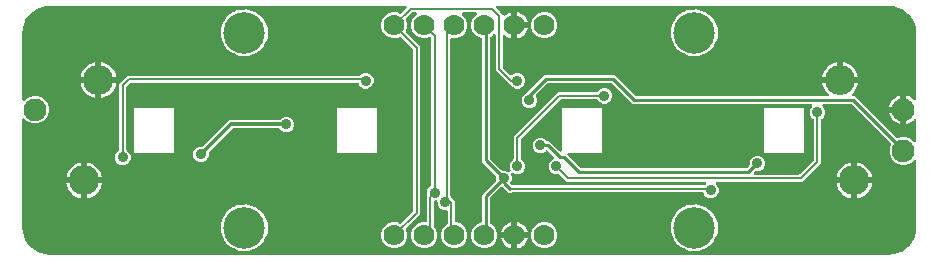
<source format=gbr>
G04 EAGLE Gerber RS-274X export*
G75*
%MOMM*%
%FSLAX34Y34*%
%LPD*%
%INBottom Copper*%
%IPPOS*%
%AMOC8*
5,1,8,0,0,1.08239X$1,22.5*%
G01*
%ADD10C,1.778000*%
%ADD11C,3.516000*%
%ADD12C,2.550000*%
%ADD13C,1.930400*%
%ADD14C,0.906400*%
%ADD15C,0.254000*%
%ADD16C,0.203200*%
%ADD17C,0.889000*%
%ADD18C,0.304800*%

G36*
X355622Y-105407D02*
X355622Y-105407D01*
X355700Y-105405D01*
X359077Y-105140D01*
X359145Y-105126D01*
X359214Y-105121D01*
X359370Y-105081D01*
X365794Y-102994D01*
X365901Y-102944D01*
X366012Y-102900D01*
X366063Y-102867D01*
X366082Y-102859D01*
X366097Y-102846D01*
X366148Y-102814D01*
X371612Y-98843D01*
X371699Y-98762D01*
X371746Y-98723D01*
X371752Y-98719D01*
X371753Y-98718D01*
X371791Y-98686D01*
X371829Y-98640D01*
X371844Y-98626D01*
X371855Y-98608D01*
X371893Y-98562D01*
X375864Y-93098D01*
X375921Y-92994D01*
X375985Y-92894D01*
X376007Y-92837D01*
X376017Y-92819D01*
X376022Y-92799D01*
X376044Y-92744D01*
X378131Y-86320D01*
X378144Y-86252D01*
X378167Y-86186D01*
X378190Y-86027D01*
X378455Y-82650D01*
X378455Y-82646D01*
X378456Y-82643D01*
X378455Y-82624D01*
X378459Y-82550D01*
X378459Y-26130D01*
X378442Y-25992D01*
X378429Y-25853D01*
X378422Y-25834D01*
X378419Y-25814D01*
X378368Y-25685D01*
X378321Y-25554D01*
X378310Y-25537D01*
X378302Y-25518D01*
X378221Y-25406D01*
X378143Y-25291D01*
X378127Y-25278D01*
X378116Y-25261D01*
X378008Y-25172D01*
X377904Y-25080D01*
X377886Y-25071D01*
X377871Y-25058D01*
X377745Y-24999D01*
X377621Y-24936D01*
X377601Y-24931D01*
X377583Y-24923D01*
X377447Y-24897D01*
X377311Y-24866D01*
X377290Y-24867D01*
X377271Y-24863D01*
X377132Y-24872D01*
X376993Y-24876D01*
X376973Y-24881D01*
X376953Y-24883D01*
X376821Y-24926D01*
X376687Y-24964D01*
X376670Y-24975D01*
X376651Y-24981D01*
X376533Y-25055D01*
X376413Y-25126D01*
X376392Y-25144D01*
X376382Y-25151D01*
X376368Y-25166D01*
X376293Y-25232D01*
X374119Y-27406D01*
X369824Y-29185D01*
X365176Y-29185D01*
X360881Y-27406D01*
X357594Y-24119D01*
X355815Y-19824D01*
X355815Y-15176D01*
X357017Y-12275D01*
X357024Y-12247D01*
X357038Y-12221D01*
X357066Y-12094D01*
X357101Y-11969D01*
X357101Y-11939D01*
X357107Y-11910D01*
X357104Y-11781D01*
X357106Y-11651D01*
X357099Y-11622D01*
X357098Y-11593D01*
X357062Y-11468D01*
X357031Y-11341D01*
X357018Y-11315D01*
X357009Y-11287D01*
X356944Y-11175D01*
X356883Y-11060D01*
X356863Y-11038D01*
X356848Y-11013D01*
X356741Y-10892D01*
X324124Y21726D01*
X324045Y21786D01*
X323973Y21854D01*
X323920Y21883D01*
X323872Y21920D01*
X323781Y21960D01*
X323695Y22008D01*
X323636Y22023D01*
X323581Y22047D01*
X323483Y22062D01*
X323387Y22087D01*
X323287Y22093D01*
X323266Y22097D01*
X323254Y22095D01*
X323226Y22097D01*
X300131Y22097D01*
X299993Y22080D01*
X299855Y22067D01*
X299836Y22060D01*
X299815Y22057D01*
X299686Y22006D01*
X299555Y21959D01*
X299538Y21948D01*
X299520Y21940D01*
X299407Y21859D01*
X299292Y21781D01*
X299279Y21765D01*
X299262Y21754D01*
X299174Y21646D01*
X299082Y21542D01*
X299072Y21524D01*
X299060Y21509D01*
X299000Y21382D01*
X298937Y21259D01*
X298933Y21239D01*
X298924Y21221D01*
X298898Y21084D01*
X298867Y20949D01*
X298868Y20928D01*
X298864Y20909D01*
X298873Y20770D01*
X298877Y20631D01*
X298883Y20611D01*
X298884Y20591D01*
X298927Y20459D01*
X298965Y20325D01*
X298976Y20308D01*
X298982Y20289D01*
X299056Y20171D01*
X299127Y20051D01*
X299146Y20030D01*
X299152Y20020D01*
X299167Y20006D01*
X299233Y19931D01*
X300205Y18959D01*
X301205Y16546D01*
X301205Y13934D01*
X300205Y11521D01*
X298319Y9635D01*
X298309Y9629D01*
X298196Y9564D01*
X298175Y9544D01*
X298150Y9528D01*
X298061Y9433D01*
X297968Y9343D01*
X297952Y9318D01*
X297932Y9296D01*
X297869Y9183D01*
X297801Y9072D01*
X297793Y9044D01*
X297778Y9018D01*
X297746Y8892D01*
X297708Y8768D01*
X297706Y8739D01*
X297699Y8710D01*
X297689Y8549D01*
X297689Y-27933D01*
X281933Y-43689D01*
X209707Y-43689D01*
X209569Y-43706D01*
X209431Y-43719D01*
X209412Y-43726D01*
X209391Y-43729D01*
X209262Y-43780D01*
X209131Y-43827D01*
X209114Y-43838D01*
X209096Y-43846D01*
X208983Y-43927D01*
X208868Y-44005D01*
X208855Y-44021D01*
X208838Y-44032D01*
X208750Y-44140D01*
X208658Y-44244D01*
X208648Y-44262D01*
X208636Y-44277D01*
X208576Y-44403D01*
X208513Y-44527D01*
X208509Y-44547D01*
X208500Y-44565D01*
X208474Y-44702D01*
X208443Y-44837D01*
X208444Y-44858D01*
X208440Y-44877D01*
X208449Y-45016D01*
X208453Y-45155D01*
X208459Y-45175D01*
X208460Y-45195D01*
X208503Y-45327D01*
X208541Y-45461D01*
X208552Y-45478D01*
X208558Y-45497D01*
X208632Y-45615D01*
X208703Y-45735D01*
X208722Y-45756D01*
X208728Y-45766D01*
X208743Y-45780D01*
X208809Y-45855D01*
X210035Y-47081D01*
X211035Y-49494D01*
X211035Y-52106D01*
X210035Y-54519D01*
X208189Y-56365D01*
X205776Y-57365D01*
X203164Y-57365D01*
X200751Y-56365D01*
X198905Y-54519D01*
X198426Y-53362D01*
X198411Y-53337D01*
X198402Y-53309D01*
X198333Y-53199D01*
X198268Y-53086D01*
X198248Y-53065D01*
X198232Y-53040D01*
X198137Y-52951D01*
X198047Y-52858D01*
X198022Y-52842D01*
X198000Y-52822D01*
X197886Y-52759D01*
X197776Y-52691D01*
X197748Y-52683D01*
X197722Y-52668D01*
X197596Y-52636D01*
X197472Y-52598D01*
X197442Y-52596D01*
X197414Y-52589D01*
X197253Y-52579D01*
X36438Y-52579D01*
X36340Y-52591D01*
X36241Y-52594D01*
X36182Y-52611D01*
X36122Y-52619D01*
X36030Y-52655D01*
X35935Y-52683D01*
X35883Y-52713D01*
X35827Y-52736D01*
X35747Y-52794D01*
X35680Y-52833D01*
X32922Y-52833D01*
X28203Y-48113D01*
X28108Y-48040D01*
X28019Y-47962D01*
X27983Y-47943D01*
X27951Y-47918D01*
X27842Y-47871D01*
X27736Y-47817D01*
X27697Y-47808D01*
X27659Y-47792D01*
X27542Y-47773D01*
X27426Y-47747D01*
X27385Y-47748D01*
X27345Y-47742D01*
X27227Y-47753D01*
X27108Y-47757D01*
X27069Y-47768D01*
X27029Y-47772D01*
X26916Y-47812D01*
X26802Y-47845D01*
X26768Y-47866D01*
X26729Y-47880D01*
X26631Y-47946D01*
X26528Y-48007D01*
X26483Y-48047D01*
X26466Y-48058D01*
X26453Y-48073D01*
X26408Y-48113D01*
X17644Y-56876D01*
X17584Y-56955D01*
X17516Y-57027D01*
X17487Y-57080D01*
X17450Y-57128D01*
X17410Y-57219D01*
X17362Y-57305D01*
X17347Y-57364D01*
X17323Y-57419D01*
X17308Y-57517D01*
X17283Y-57613D01*
X17277Y-57713D01*
X17273Y-57734D01*
X17275Y-57746D01*
X17273Y-57774D01*
X17273Y-78123D01*
X17276Y-78153D01*
X17274Y-78182D01*
X17296Y-78310D01*
X17313Y-78439D01*
X17323Y-78466D01*
X17328Y-78495D01*
X17382Y-78614D01*
X17430Y-78735D01*
X17447Y-78758D01*
X17459Y-78785D01*
X17540Y-78887D01*
X17616Y-78992D01*
X17639Y-79011D01*
X17658Y-79034D01*
X17761Y-79112D01*
X17861Y-79195D01*
X17888Y-79207D01*
X17912Y-79225D01*
X18056Y-79296D01*
X18887Y-79640D01*
X21960Y-82713D01*
X23623Y-86727D01*
X23623Y-91073D01*
X21960Y-95087D01*
X18887Y-98160D01*
X14873Y-99823D01*
X10527Y-99823D01*
X6513Y-98160D01*
X3440Y-95087D01*
X1777Y-91073D01*
X1777Y-86727D01*
X3440Y-82713D01*
X6513Y-79640D01*
X9884Y-78244D01*
X9909Y-78229D01*
X9937Y-78220D01*
X10047Y-78151D01*
X10160Y-78086D01*
X10181Y-78066D01*
X10206Y-78050D01*
X10295Y-77956D01*
X10388Y-77865D01*
X10404Y-77840D01*
X10424Y-77818D01*
X10487Y-77705D01*
X10555Y-77594D01*
X10563Y-77566D01*
X10578Y-77540D01*
X10610Y-77414D01*
X10648Y-77290D01*
X10650Y-77261D01*
X10657Y-77232D01*
X10667Y-77071D01*
X10667Y-54512D01*
X22274Y-42906D01*
X22334Y-42827D01*
X22402Y-42755D01*
X22431Y-42702D01*
X22468Y-42654D01*
X22508Y-42563D01*
X22556Y-42477D01*
X22571Y-42418D01*
X22595Y-42363D01*
X22610Y-42265D01*
X22635Y-42169D01*
X22641Y-42069D01*
X22645Y-42048D01*
X22643Y-42036D01*
X22645Y-42008D01*
X22645Y-39272D01*
X22633Y-39174D01*
X22630Y-39075D01*
X22613Y-39016D01*
X22605Y-38956D01*
X22569Y-38864D01*
X22541Y-38769D01*
X22511Y-38717D01*
X22488Y-38661D01*
X22430Y-38581D01*
X22380Y-38495D01*
X22314Y-38420D01*
X22302Y-38403D01*
X22292Y-38395D01*
X22274Y-38374D01*
X10667Y-26768D01*
X10667Y77071D01*
X10664Y77100D01*
X10666Y77130D01*
X10644Y77258D01*
X10627Y77387D01*
X10617Y77414D01*
X10612Y77443D01*
X10558Y77561D01*
X10510Y77682D01*
X10493Y77706D01*
X10481Y77733D01*
X10400Y77835D01*
X10324Y77940D01*
X10301Y77959D01*
X10282Y77982D01*
X10179Y78060D01*
X10079Y78143D01*
X10052Y78155D01*
X10028Y78173D01*
X9884Y78244D01*
X6513Y79640D01*
X3440Y82713D01*
X1777Y86727D01*
X1777Y91073D01*
X3440Y95087D01*
X6007Y97655D01*
X6093Y97764D01*
X6181Y97871D01*
X6190Y97890D01*
X6202Y97906D01*
X6258Y98034D01*
X6317Y98159D01*
X6321Y98179D01*
X6329Y98198D01*
X6351Y98336D01*
X6377Y98472D01*
X6375Y98492D01*
X6379Y98512D01*
X6366Y98651D01*
X6357Y98789D01*
X6351Y98808D01*
X6349Y98828D01*
X6302Y98960D01*
X6259Y99091D01*
X6248Y99109D01*
X6241Y99128D01*
X6163Y99243D01*
X6089Y99360D01*
X6074Y99374D01*
X6063Y99391D01*
X5958Y99483D01*
X5857Y99578D01*
X5839Y99588D01*
X5824Y99601D01*
X5700Y99665D01*
X5579Y99732D01*
X5559Y99737D01*
X5541Y99746D01*
X5405Y99776D01*
X5271Y99811D01*
X5243Y99813D01*
X5231Y99816D01*
X5210Y99815D01*
X5110Y99821D01*
X-5110Y99821D01*
X-5247Y99804D01*
X-5386Y99791D01*
X-5405Y99784D01*
X-5426Y99781D01*
X-5554Y99730D01*
X-5686Y99683D01*
X-5702Y99672D01*
X-5721Y99664D01*
X-5834Y99583D01*
X-5949Y99505D01*
X-5962Y99489D01*
X-5979Y99478D01*
X-6067Y99370D01*
X-6159Y99266D01*
X-6168Y99248D01*
X-6181Y99233D01*
X-6241Y99107D01*
X-6304Y98983D01*
X-6308Y98963D01*
X-6317Y98945D01*
X-6343Y98809D01*
X-6373Y98673D01*
X-6373Y98652D01*
X-6377Y98633D01*
X-6368Y98494D01*
X-6364Y98355D01*
X-6358Y98335D01*
X-6357Y98315D01*
X-6314Y98183D01*
X-6275Y98049D01*
X-6265Y98032D01*
X-6259Y98013D01*
X-6184Y97895D01*
X-6114Y97775D01*
X-6095Y97754D01*
X-6089Y97744D01*
X-6074Y97730D01*
X-6007Y97655D01*
X-3440Y95087D01*
X-1777Y91073D01*
X-1777Y86727D01*
X-3440Y82713D01*
X-6513Y79640D01*
X-10527Y77977D01*
X-14732Y77977D01*
X-14850Y77962D01*
X-14969Y77955D01*
X-15007Y77942D01*
X-15048Y77937D01*
X-15158Y77894D01*
X-15271Y77857D01*
X-15306Y77835D01*
X-15343Y77820D01*
X-15439Y77751D01*
X-15540Y77687D01*
X-15568Y77657D01*
X-15601Y77634D01*
X-15677Y77542D01*
X-15758Y77455D01*
X-15778Y77420D01*
X-15803Y77389D01*
X-15854Y77281D01*
X-15912Y77177D01*
X-15922Y77137D01*
X-15939Y77101D01*
X-15961Y76984D01*
X-15991Y76869D01*
X-15995Y76809D01*
X-15999Y76789D01*
X-15997Y76768D01*
X-16001Y76708D01*
X-16001Y-55509D01*
X-15989Y-55607D01*
X-15986Y-55706D01*
X-15969Y-55764D01*
X-15961Y-55825D01*
X-15925Y-55917D01*
X-15897Y-56012D01*
X-15867Y-56064D01*
X-15844Y-56120D01*
X-15786Y-56200D01*
X-15736Y-56286D01*
X-15670Y-56361D01*
X-15658Y-56378D01*
X-15648Y-56385D01*
X-15630Y-56407D01*
X-14755Y-57281D01*
X-14749Y-57291D01*
X-14684Y-57404D01*
X-14664Y-57425D01*
X-14648Y-57450D01*
X-14553Y-57539D01*
X-14463Y-57632D01*
X-14438Y-57648D01*
X-14416Y-57668D01*
X-14303Y-57731D01*
X-14192Y-57799D01*
X-14164Y-57807D01*
X-14138Y-57822D01*
X-14042Y-57846D01*
X-12191Y-59697D01*
X-12191Y-76708D01*
X-12176Y-76826D01*
X-12169Y-76945D01*
X-12156Y-76983D01*
X-12151Y-77024D01*
X-12108Y-77134D01*
X-12071Y-77247D01*
X-12049Y-77282D01*
X-12034Y-77319D01*
X-11965Y-77415D01*
X-11901Y-77516D01*
X-11871Y-77544D01*
X-11848Y-77577D01*
X-11756Y-77653D01*
X-11669Y-77734D01*
X-11634Y-77754D01*
X-11603Y-77779D01*
X-11495Y-77830D01*
X-11391Y-77888D01*
X-11351Y-77898D01*
X-11315Y-77915D01*
X-11198Y-77937D01*
X-11083Y-77967D01*
X-11023Y-77971D01*
X-11003Y-77975D01*
X-10982Y-77973D01*
X-10922Y-77977D01*
X-10527Y-77977D01*
X-6513Y-79640D01*
X-3440Y-82713D01*
X-1777Y-86727D01*
X-1777Y-91073D01*
X-3440Y-95087D01*
X-6513Y-98160D01*
X-10527Y-99823D01*
X-14873Y-99823D01*
X-18887Y-98160D01*
X-21960Y-95087D01*
X-23623Y-91073D01*
X-23623Y-86727D01*
X-21960Y-82713D01*
X-18820Y-79573D01*
X-18796Y-79559D01*
X-18775Y-79539D01*
X-18750Y-79523D01*
X-18661Y-79428D01*
X-18568Y-79338D01*
X-18552Y-79313D01*
X-18532Y-79291D01*
X-18469Y-79178D01*
X-18401Y-79067D01*
X-18393Y-79039D01*
X-18378Y-79013D01*
X-18346Y-78887D01*
X-18308Y-78763D01*
X-18306Y-78733D01*
X-18299Y-78705D01*
X-18289Y-78544D01*
X-18289Y-68794D01*
X-18304Y-68676D01*
X-18311Y-68557D01*
X-18324Y-68519D01*
X-18329Y-68478D01*
X-18372Y-68368D01*
X-18409Y-68255D01*
X-18431Y-68220D01*
X-18446Y-68183D01*
X-18515Y-68087D01*
X-18579Y-67986D01*
X-18609Y-67958D01*
X-18632Y-67925D01*
X-18724Y-67849D01*
X-18811Y-67768D01*
X-18846Y-67748D01*
X-18877Y-67723D01*
X-18985Y-67672D01*
X-19089Y-67614D01*
X-19129Y-67604D01*
X-19165Y-67587D01*
X-19282Y-67565D01*
X-19397Y-67535D01*
X-19457Y-67531D01*
X-19477Y-67527D01*
X-19498Y-67529D01*
X-19558Y-67525D01*
X-21666Y-67525D01*
X-24079Y-66525D01*
X-25925Y-64679D01*
X-26925Y-62266D01*
X-26925Y-60642D01*
X-26940Y-60524D01*
X-26947Y-60405D01*
X-26960Y-60367D01*
X-26965Y-60326D01*
X-27008Y-60216D01*
X-27045Y-60102D01*
X-27067Y-60068D01*
X-27082Y-60031D01*
X-27151Y-59934D01*
X-27215Y-59834D01*
X-27245Y-59806D01*
X-27268Y-59773D01*
X-27360Y-59697D01*
X-27447Y-59616D01*
X-27482Y-59596D01*
X-27513Y-59570D01*
X-27621Y-59520D01*
X-27725Y-59462D01*
X-27765Y-59452D01*
X-27801Y-59435D01*
X-27918Y-59413D01*
X-28033Y-59383D01*
X-28093Y-59379D01*
X-28113Y-59375D01*
X-28134Y-59376D01*
X-28194Y-59373D01*
X-28702Y-59373D01*
X-28820Y-59388D01*
X-28939Y-59395D01*
X-28977Y-59407D01*
X-29018Y-59412D01*
X-29128Y-59456D01*
X-29241Y-59493D01*
X-29276Y-59515D01*
X-29313Y-59529D01*
X-29409Y-59599D01*
X-29510Y-59663D01*
X-29538Y-59693D01*
X-29571Y-59716D01*
X-29647Y-59808D01*
X-29728Y-59895D01*
X-29748Y-59930D01*
X-29773Y-59961D01*
X-29824Y-60069D01*
X-29882Y-60173D01*
X-29892Y-60212D01*
X-29909Y-60249D01*
X-29931Y-60366D01*
X-29961Y-60481D01*
X-29965Y-60541D01*
X-29969Y-60561D01*
X-29967Y-60582D01*
X-29971Y-60642D01*
X-29971Y-81056D01*
X-29959Y-81154D01*
X-29956Y-81253D01*
X-29939Y-81311D01*
X-29931Y-81371D01*
X-29895Y-81463D01*
X-29867Y-81559D01*
X-29837Y-81611D01*
X-29814Y-81667D01*
X-29756Y-81747D01*
X-29706Y-81833D01*
X-29640Y-81908D01*
X-29628Y-81925D01*
X-29618Y-81932D01*
X-29599Y-81953D01*
X-28840Y-82713D01*
X-27177Y-86727D01*
X-27177Y-91073D01*
X-28840Y-95087D01*
X-31913Y-98160D01*
X-35927Y-99823D01*
X-40273Y-99823D01*
X-44287Y-98160D01*
X-47360Y-95087D01*
X-49023Y-91073D01*
X-49023Y-86727D01*
X-47360Y-82713D01*
X-44287Y-79640D01*
X-40273Y-77977D01*
X-37338Y-77977D01*
X-37220Y-77962D01*
X-37101Y-77955D01*
X-37063Y-77942D01*
X-37022Y-77937D01*
X-36912Y-77894D01*
X-36799Y-77857D01*
X-36764Y-77835D01*
X-36727Y-77820D01*
X-36631Y-77751D01*
X-36530Y-77687D01*
X-36502Y-77657D01*
X-36469Y-77634D01*
X-36393Y-77542D01*
X-36312Y-77455D01*
X-36292Y-77420D01*
X-36267Y-77389D01*
X-36216Y-77281D01*
X-36158Y-77177D01*
X-36148Y-77137D01*
X-36131Y-77101D01*
X-36109Y-76984D01*
X-36079Y-76869D01*
X-36075Y-76809D01*
X-36071Y-76789D01*
X-36073Y-76768D01*
X-36069Y-76708D01*
X-36069Y-55395D01*
X-36057Y-55383D01*
X-36039Y-55360D01*
X-36016Y-55341D01*
X-35942Y-55235D01*
X-35862Y-55132D01*
X-35850Y-55105D01*
X-35833Y-55081D01*
X-35787Y-54959D01*
X-35736Y-54840D01*
X-35731Y-54811D01*
X-35721Y-54783D01*
X-35706Y-54654D01*
X-35686Y-54526D01*
X-35689Y-54497D01*
X-35685Y-54467D01*
X-35703Y-54339D01*
X-35716Y-54209D01*
X-35726Y-54182D01*
X-35730Y-54152D01*
X-35735Y-54138D01*
X-35735Y-51502D01*
X-34735Y-49089D01*
X-32849Y-47203D01*
X-32839Y-47196D01*
X-32726Y-47132D01*
X-32705Y-47112D01*
X-32680Y-47096D01*
X-32591Y-47001D01*
X-32498Y-46911D01*
X-32482Y-46886D01*
X-32462Y-46864D01*
X-32399Y-46751D01*
X-32331Y-46640D01*
X-32323Y-46612D01*
X-32308Y-46586D01*
X-32276Y-46460D01*
X-32238Y-46336D01*
X-32236Y-46306D01*
X-32229Y-46278D01*
X-32219Y-46117D01*
X-32219Y77614D01*
X-32225Y77663D01*
X-32223Y77713D01*
X-32245Y77820D01*
X-32259Y77929D01*
X-32277Y77976D01*
X-32287Y78024D01*
X-32335Y78123D01*
X-32376Y78225D01*
X-32405Y78265D01*
X-32427Y78310D01*
X-32498Y78394D01*
X-32562Y78482D01*
X-32601Y78514D01*
X-32633Y78552D01*
X-32723Y78615D01*
X-32807Y78685D01*
X-32852Y78706D01*
X-32893Y78735D01*
X-32996Y78774D01*
X-33095Y78821D01*
X-33144Y78830D01*
X-33190Y78848D01*
X-33300Y78860D01*
X-33407Y78881D01*
X-33457Y78877D01*
X-33506Y78883D01*
X-33615Y78868D01*
X-33725Y78861D01*
X-33772Y78845D01*
X-33821Y78839D01*
X-33974Y78786D01*
X-35927Y77977D01*
X-40273Y77977D01*
X-44287Y79640D01*
X-47360Y82713D01*
X-49023Y86727D01*
X-49023Y91073D01*
X-47360Y95087D01*
X-44793Y97655D01*
X-44707Y97764D01*
X-44619Y97871D01*
X-44610Y97890D01*
X-44598Y97906D01*
X-44542Y98034D01*
X-44483Y98159D01*
X-44479Y98179D01*
X-44471Y98198D01*
X-44449Y98336D01*
X-44423Y98472D01*
X-44425Y98492D01*
X-44421Y98512D01*
X-44434Y98651D01*
X-44443Y98789D01*
X-44449Y98808D01*
X-44451Y98828D01*
X-44498Y98960D01*
X-44541Y99091D01*
X-44552Y99109D01*
X-44559Y99128D01*
X-44637Y99243D01*
X-44711Y99360D01*
X-44726Y99374D01*
X-44737Y99391D01*
X-44842Y99483D01*
X-44943Y99578D01*
X-44961Y99588D01*
X-44976Y99601D01*
X-45100Y99665D01*
X-45221Y99732D01*
X-45241Y99737D01*
X-45259Y99746D01*
X-45395Y99776D01*
X-45529Y99811D01*
X-45557Y99813D01*
X-45569Y99816D01*
X-45590Y99815D01*
X-45690Y99821D01*
X-47741Y99821D01*
X-47840Y99809D01*
X-47939Y99806D01*
X-47997Y99789D01*
X-48057Y99781D01*
X-48149Y99745D01*
X-48244Y99717D01*
X-48296Y99687D01*
X-48353Y99664D01*
X-48433Y99606D01*
X-48518Y99556D01*
X-48593Y99490D01*
X-48610Y99478D01*
X-48618Y99468D01*
X-48639Y99450D01*
X-53278Y94811D01*
X-53296Y94787D01*
X-53318Y94768D01*
X-53393Y94662D01*
X-53473Y94560D01*
X-53484Y94532D01*
X-53501Y94508D01*
X-53547Y94387D01*
X-53599Y94268D01*
X-53604Y94239D01*
X-53614Y94211D01*
X-53628Y94082D01*
X-53649Y93954D01*
X-53646Y93924D01*
X-53649Y93895D01*
X-53631Y93766D01*
X-53619Y93637D01*
X-53609Y93609D01*
X-53605Y93580D01*
X-53553Y93428D01*
X-52577Y91073D01*
X-52577Y86727D01*
X-53553Y84372D01*
X-53561Y84344D01*
X-53574Y84318D01*
X-53602Y84191D01*
X-53637Y84066D01*
X-53637Y84036D01*
X-53644Y84007D01*
X-53640Y83878D01*
X-53642Y83748D01*
X-53635Y83719D01*
X-53634Y83689D01*
X-53598Y83565D01*
X-53568Y83438D01*
X-53554Y83412D01*
X-53546Y83384D01*
X-53480Y83272D01*
X-53419Y83157D01*
X-53399Y83135D01*
X-53384Y83110D01*
X-53278Y82989D01*
X-43559Y73270D01*
X-41401Y71113D01*
X-41401Y-71113D01*
X-43559Y-73270D01*
X-53278Y-82989D01*
X-53296Y-83013D01*
X-53318Y-83032D01*
X-53393Y-83138D01*
X-53473Y-83240D01*
X-53484Y-83268D01*
X-53501Y-83292D01*
X-53547Y-83413D01*
X-53599Y-83532D01*
X-53604Y-83561D01*
X-53614Y-83589D01*
X-53628Y-83718D01*
X-53649Y-83846D01*
X-53646Y-83876D01*
X-53649Y-83905D01*
X-53631Y-84034D01*
X-53619Y-84163D01*
X-53609Y-84191D01*
X-53605Y-84220D01*
X-53553Y-84372D01*
X-52577Y-86727D01*
X-52577Y-91073D01*
X-54240Y-95087D01*
X-57313Y-98160D01*
X-61327Y-99823D01*
X-65673Y-99823D01*
X-69687Y-98160D01*
X-72760Y-95087D01*
X-74423Y-91073D01*
X-74423Y-86727D01*
X-72760Y-82713D01*
X-69687Y-79640D01*
X-65673Y-77977D01*
X-61327Y-77977D01*
X-58972Y-78953D01*
X-58944Y-78961D01*
X-58918Y-78974D01*
X-58791Y-79002D01*
X-58666Y-79037D01*
X-58636Y-79037D01*
X-58607Y-79044D01*
X-58478Y-79040D01*
X-58348Y-79042D01*
X-58319Y-79035D01*
X-58289Y-79034D01*
X-58165Y-78998D01*
X-58038Y-78968D01*
X-58012Y-78954D01*
X-57984Y-78946D01*
X-57872Y-78880D01*
X-57757Y-78819D01*
X-57735Y-78799D01*
X-57710Y-78784D01*
X-57589Y-78678D01*
X-47870Y-68959D01*
X-47810Y-68881D01*
X-47742Y-68809D01*
X-47713Y-68756D01*
X-47676Y-68708D01*
X-47636Y-68617D01*
X-47588Y-68530D01*
X-47573Y-68471D01*
X-47549Y-68416D01*
X-47534Y-68318D01*
X-47509Y-68222D01*
X-47503Y-68122D01*
X-47499Y-68102D01*
X-47501Y-68089D01*
X-47499Y-68061D01*
X-47499Y68061D01*
X-47511Y68160D01*
X-47514Y68259D01*
X-47531Y68317D01*
X-47539Y68377D01*
X-47575Y68469D01*
X-47603Y68564D01*
X-47633Y68616D01*
X-47656Y68673D01*
X-47714Y68753D01*
X-47764Y68838D01*
X-47830Y68913D01*
X-47842Y68930D01*
X-47852Y68938D01*
X-47870Y68959D01*
X-57589Y78678D01*
X-57613Y78696D01*
X-57632Y78718D01*
X-57738Y78793D01*
X-57840Y78873D01*
X-57868Y78884D01*
X-57892Y78901D01*
X-58013Y78947D01*
X-58132Y78999D01*
X-58161Y79004D01*
X-58189Y79014D01*
X-58318Y79028D01*
X-58446Y79049D01*
X-58476Y79046D01*
X-58505Y79049D01*
X-58634Y79031D01*
X-58763Y79019D01*
X-58791Y79009D01*
X-58820Y79005D01*
X-58972Y78953D01*
X-61327Y77977D01*
X-65673Y77977D01*
X-69687Y79640D01*
X-72760Y82713D01*
X-74423Y86727D01*
X-74423Y91073D01*
X-72760Y95087D01*
X-69687Y98160D01*
X-65673Y99823D01*
X-61327Y99823D01*
X-58972Y98847D01*
X-58944Y98839D01*
X-58918Y98826D01*
X-58791Y98798D01*
X-58666Y98763D01*
X-58636Y98763D01*
X-58607Y98756D01*
X-58478Y98760D01*
X-58348Y98758D01*
X-58319Y98765D01*
X-58289Y98766D01*
X-58165Y98802D01*
X-58038Y98832D01*
X-58012Y98846D01*
X-57984Y98854D01*
X-57872Y98920D01*
X-57757Y98981D01*
X-57735Y99001D01*
X-57710Y99016D01*
X-57589Y99122D01*
X-53469Y103243D01*
X-53384Y103352D01*
X-53295Y103459D01*
X-53287Y103478D01*
X-53274Y103494D01*
X-53219Y103622D01*
X-53160Y103747D01*
X-53156Y103767D01*
X-53148Y103786D01*
X-53126Y103924D01*
X-53100Y104060D01*
X-53101Y104080D01*
X-53098Y104100D01*
X-53111Y104239D01*
X-53120Y104377D01*
X-53126Y104396D01*
X-53128Y104416D01*
X-53175Y104548D01*
X-53218Y104679D01*
X-53228Y104697D01*
X-53235Y104716D01*
X-53313Y104831D01*
X-53388Y104948D01*
X-53403Y104962D01*
X-53414Y104979D01*
X-53518Y105071D01*
X-53619Y105166D01*
X-53637Y105176D01*
X-53652Y105189D01*
X-53776Y105252D01*
X-53898Y105320D01*
X-53917Y105325D01*
X-53936Y105334D01*
X-54071Y105364D01*
X-54206Y105399D01*
X-54234Y105401D01*
X-54246Y105404D01*
X-54266Y105403D01*
X-54367Y105409D01*
X-355600Y105409D01*
X-355622Y105407D01*
X-355700Y105405D01*
X-359077Y105140D01*
X-359145Y105126D01*
X-359214Y105121D01*
X-359370Y105081D01*
X-365794Y102994D01*
X-365901Y102944D01*
X-366012Y102900D01*
X-366063Y102867D01*
X-366082Y102859D01*
X-366097Y102846D01*
X-366148Y102814D01*
X-371612Y98843D01*
X-371699Y98762D01*
X-371791Y98686D01*
X-371829Y98640D01*
X-371844Y98626D01*
X-371855Y98608D01*
X-371893Y98562D01*
X-375864Y93098D01*
X-375921Y92994D01*
X-375985Y92894D01*
X-376007Y92837D01*
X-376017Y92819D01*
X-376022Y92799D01*
X-376044Y92744D01*
X-378131Y86320D01*
X-378144Y86252D01*
X-378167Y86186D01*
X-378190Y86027D01*
X-378455Y82650D01*
X-378454Y82628D01*
X-378459Y82550D01*
X-378459Y26130D01*
X-378442Y25992D01*
X-378429Y25853D01*
X-378422Y25834D01*
X-378419Y25814D01*
X-378368Y25685D01*
X-378321Y25554D01*
X-378310Y25537D01*
X-378302Y25518D01*
X-378221Y25406D01*
X-378143Y25291D01*
X-378127Y25278D01*
X-378116Y25261D01*
X-378008Y25172D01*
X-377904Y25080D01*
X-377886Y25071D01*
X-377871Y25058D01*
X-377745Y24999D01*
X-377621Y24936D01*
X-377601Y24931D01*
X-377583Y24923D01*
X-377447Y24897D01*
X-377311Y24866D01*
X-377290Y24867D01*
X-377271Y24863D01*
X-377132Y24872D01*
X-376993Y24876D01*
X-376973Y24881D01*
X-376953Y24883D01*
X-376821Y24926D01*
X-376687Y24964D01*
X-376670Y24975D01*
X-376651Y24981D01*
X-376533Y25055D01*
X-376413Y25126D01*
X-376392Y25144D01*
X-376382Y25151D01*
X-376368Y25166D01*
X-376293Y25232D01*
X-374119Y27406D01*
X-369824Y29185D01*
X-365176Y29185D01*
X-360881Y27406D01*
X-357594Y24119D01*
X-355815Y19824D01*
X-355815Y15176D01*
X-357594Y10881D01*
X-360881Y7594D01*
X-365176Y5815D01*
X-369824Y5815D01*
X-374119Y7594D01*
X-376293Y9768D01*
X-376388Y9842D01*
X-376396Y9849D01*
X-376402Y9853D01*
X-376509Y9942D01*
X-376528Y9950D01*
X-376544Y9963D01*
X-376672Y10018D01*
X-376797Y10077D01*
X-376817Y10081D01*
X-376836Y10089D01*
X-376974Y10111D01*
X-377110Y10137D01*
X-377130Y10136D01*
X-377150Y10139D01*
X-377289Y10126D01*
X-377427Y10117D01*
X-377446Y10111D01*
X-377466Y10109D01*
X-377598Y10062D01*
X-377729Y10019D01*
X-377747Y10008D01*
X-377766Y10002D01*
X-377881Y9923D01*
X-377998Y9849D01*
X-378012Y9834D01*
X-378029Y9823D01*
X-378121Y9719D01*
X-378216Y9617D01*
X-378226Y9600D01*
X-378239Y9585D01*
X-378303Y9460D01*
X-378370Y9339D01*
X-378375Y9319D01*
X-378384Y9301D01*
X-378414Y9165D01*
X-378449Y9031D01*
X-378451Y9003D01*
X-378454Y8991D01*
X-378453Y8971D01*
X-378459Y8870D01*
X-378459Y-82550D01*
X-378457Y-82572D01*
X-378455Y-82650D01*
X-378190Y-86027D01*
X-378176Y-86095D01*
X-378171Y-86164D01*
X-378131Y-86320D01*
X-376044Y-92744D01*
X-375994Y-92851D01*
X-375950Y-92962D01*
X-375917Y-93013D01*
X-375909Y-93032D01*
X-375896Y-93047D01*
X-375864Y-93098D01*
X-371893Y-98562D01*
X-371873Y-98584D01*
X-371862Y-98602D01*
X-371816Y-98645D01*
X-371812Y-98649D01*
X-371736Y-98741D01*
X-371690Y-98779D01*
X-371676Y-98794D01*
X-371658Y-98805D01*
X-371612Y-98843D01*
X-366404Y-102628D01*
X-366148Y-102814D01*
X-366044Y-102871D01*
X-365944Y-102935D01*
X-365887Y-102957D01*
X-365869Y-102967D01*
X-365849Y-102972D01*
X-365794Y-102994D01*
X-359370Y-105081D01*
X-359302Y-105094D01*
X-359236Y-105117D01*
X-359077Y-105140D01*
X-355700Y-105405D01*
X-355678Y-105404D01*
X-355600Y-105409D01*
X355600Y-105409D01*
X355622Y-105407D01*
G37*
G36*
X199077Y-46469D02*
X199077Y-46469D01*
X199176Y-46466D01*
X199234Y-46449D01*
X199295Y-46441D01*
X199387Y-46405D01*
X199482Y-46377D01*
X199534Y-46347D01*
X199590Y-46324D01*
X199670Y-46266D01*
X199756Y-46216D01*
X199831Y-46150D01*
X199848Y-46138D01*
X199855Y-46128D01*
X199876Y-46110D01*
X200131Y-45856D01*
X200216Y-45746D01*
X200304Y-45639D01*
X200313Y-45620D01*
X200325Y-45604D01*
X200381Y-45477D01*
X200440Y-45351D01*
X200444Y-45331D01*
X200452Y-45312D01*
X200474Y-45175D01*
X200500Y-45038D01*
X200499Y-45018D01*
X200502Y-44998D01*
X200489Y-44860D01*
X200480Y-44721D01*
X200474Y-44702D01*
X200472Y-44682D01*
X200425Y-44551D01*
X200382Y-44419D01*
X200371Y-44401D01*
X200364Y-44382D01*
X200286Y-44267D01*
X200212Y-44150D01*
X200197Y-44136D01*
X200186Y-44119D01*
X200082Y-44027D01*
X199980Y-43932D01*
X199963Y-43922D01*
X199947Y-43909D01*
X199824Y-43846D01*
X199702Y-43778D01*
X199682Y-43773D01*
X199664Y-43764D01*
X199528Y-43734D01*
X199394Y-43699D01*
X199366Y-43697D01*
X199354Y-43694D01*
X199333Y-43695D01*
X199233Y-43689D01*
X82557Y-43689D01*
X76235Y-37367D01*
X76212Y-37349D01*
X76193Y-37326D01*
X76087Y-37252D01*
X75984Y-37172D01*
X75957Y-37160D01*
X75933Y-37143D01*
X75812Y-37097D01*
X75692Y-37046D01*
X75663Y-37041D01*
X75635Y-37031D01*
X75507Y-37016D01*
X75378Y-36996D01*
X75349Y-36999D01*
X75319Y-36995D01*
X75191Y-37013D01*
X75062Y-37026D01*
X75034Y-37036D01*
X75004Y-37040D01*
X74990Y-37045D01*
X72354Y-37045D01*
X69941Y-36045D01*
X68095Y-34199D01*
X67095Y-31786D01*
X67095Y-29174D01*
X68095Y-26761D01*
X69941Y-24915D01*
X71053Y-24454D01*
X71096Y-24429D01*
X71143Y-24413D01*
X71234Y-24351D01*
X71330Y-24297D01*
X71365Y-24262D01*
X71406Y-24234D01*
X71479Y-24152D01*
X71558Y-24075D01*
X71584Y-24033D01*
X71617Y-23996D01*
X71667Y-23898D01*
X71724Y-23804D01*
X71739Y-23757D01*
X71762Y-23712D01*
X71786Y-23605D01*
X71818Y-23500D01*
X71820Y-23451D01*
X71831Y-23402D01*
X71828Y-23292D01*
X71833Y-23183D01*
X71823Y-23134D01*
X71822Y-23084D01*
X71791Y-22979D01*
X71769Y-22871D01*
X71747Y-22826D01*
X71733Y-22779D01*
X71677Y-22684D01*
X71629Y-22585D01*
X71597Y-22548D01*
X71572Y-22505D01*
X71465Y-22384D01*
X66481Y-17400D01*
X66387Y-17327D01*
X66298Y-17248D01*
X66262Y-17230D01*
X66230Y-17205D01*
X66120Y-17158D01*
X66015Y-17103D01*
X65975Y-17095D01*
X65938Y-17079D01*
X65820Y-17060D01*
X65704Y-17034D01*
X65664Y-17035D01*
X65624Y-17029D01*
X65505Y-17040D01*
X65386Y-17043D01*
X65347Y-17055D01*
X65307Y-17059D01*
X65195Y-17099D01*
X65081Y-17132D01*
X65046Y-17152D01*
X65008Y-17166D01*
X64909Y-17233D01*
X64807Y-17293D01*
X64762Y-17333D01*
X64745Y-17345D01*
X64731Y-17360D01*
X64686Y-17400D01*
X63821Y-18265D01*
X61408Y-19265D01*
X58796Y-19265D01*
X56383Y-18265D01*
X54537Y-16419D01*
X53537Y-14006D01*
X53537Y-11394D01*
X54537Y-8981D01*
X56383Y-7135D01*
X58796Y-6135D01*
X61408Y-6135D01*
X63821Y-7135D01*
X65711Y-9026D01*
X65790Y-9086D01*
X65862Y-9154D01*
X65915Y-9183D01*
X65963Y-9220D01*
X66054Y-9260D01*
X66140Y-9308D01*
X66199Y-9323D01*
X66255Y-9347D01*
X66353Y-9362D01*
X66448Y-9387D01*
X66548Y-9393D01*
X66569Y-9397D01*
X66581Y-9395D01*
X66609Y-9397D01*
X67820Y-9397D01*
X70126Y-11704D01*
X76083Y-17660D01*
X76192Y-17745D01*
X76299Y-17834D01*
X76318Y-17842D01*
X76334Y-17855D01*
X76462Y-17910D01*
X76587Y-17969D01*
X76607Y-17973D01*
X76626Y-17981D01*
X76764Y-18003D01*
X76900Y-18029D01*
X76920Y-18028D01*
X76940Y-18031D01*
X77079Y-18018D01*
X77217Y-18009D01*
X77236Y-18003D01*
X77256Y-18001D01*
X77388Y-17954D01*
X77519Y-17911D01*
X77537Y-17900D01*
X77556Y-17893D01*
X77671Y-17815D01*
X77788Y-17741D01*
X77802Y-17726D01*
X77819Y-17715D01*
X77911Y-17611D01*
X78006Y-17509D01*
X78016Y-17492D01*
X78029Y-17476D01*
X78093Y-17352D01*
X78160Y-17231D01*
X78165Y-17211D01*
X78174Y-17193D01*
X78204Y-17057D01*
X78239Y-16923D01*
X78241Y-16895D01*
X78244Y-16883D01*
X78243Y-16862D01*
X78249Y-16762D01*
X78249Y19000D01*
X78250Y19001D01*
X112250Y19001D01*
X112251Y19000D01*
X112251Y-19000D01*
X112250Y-19001D01*
X84298Y-19001D01*
X84160Y-19018D01*
X84021Y-19031D01*
X84002Y-19038D01*
X83982Y-19041D01*
X83853Y-19092D01*
X83722Y-19139D01*
X83705Y-19150D01*
X83687Y-19158D01*
X83574Y-19239D01*
X83459Y-19317D01*
X83446Y-19333D01*
X83429Y-19344D01*
X83340Y-19452D01*
X83248Y-19556D01*
X83239Y-19574D01*
X83226Y-19589D01*
X83167Y-19715D01*
X83104Y-19839D01*
X83099Y-19859D01*
X83091Y-19877D01*
X83065Y-20014D01*
X83034Y-20149D01*
X83035Y-20170D01*
X83031Y-20189D01*
X83040Y-20328D01*
X83044Y-20467D01*
X83050Y-20487D01*
X83051Y-20507D01*
X83094Y-20639D01*
X83132Y-20773D01*
X83143Y-20790D01*
X83149Y-20809D01*
X83223Y-20927D01*
X83294Y-21047D01*
X83312Y-21068D01*
X83319Y-21078D01*
X83334Y-21092D01*
X83400Y-21167D01*
X84096Y-21863D01*
X84096Y-21864D01*
X94118Y-31886D01*
X94197Y-31946D01*
X94269Y-32014D01*
X94322Y-32043D01*
X94370Y-32080D01*
X94461Y-32120D01*
X94547Y-32168D01*
X94606Y-32183D01*
X94661Y-32207D01*
X94759Y-32222D01*
X94855Y-32247D01*
X94955Y-32253D01*
X94976Y-32257D01*
X94988Y-32255D01*
X95016Y-32257D01*
X234326Y-32257D01*
X234424Y-32245D01*
X234523Y-32242D01*
X234582Y-32225D01*
X234642Y-32217D01*
X234734Y-32181D01*
X234829Y-32153D01*
X234881Y-32123D01*
X234937Y-32100D01*
X235017Y-32042D01*
X235103Y-31992D01*
X235178Y-31926D01*
X235195Y-31914D01*
X235203Y-31904D01*
X235224Y-31886D01*
X236904Y-30206D01*
X236964Y-30127D01*
X237032Y-30055D01*
X237061Y-30002D01*
X237098Y-29954D01*
X237138Y-29863D01*
X237186Y-29777D01*
X237201Y-29718D01*
X237225Y-29663D01*
X237240Y-29565D01*
X237265Y-29469D01*
X237271Y-29369D01*
X237275Y-29348D01*
X237273Y-29336D01*
X237275Y-29308D01*
X237275Y-26634D01*
X238275Y-24221D01*
X240121Y-22375D01*
X242534Y-21375D01*
X245146Y-21375D01*
X247559Y-22375D01*
X249405Y-24221D01*
X250405Y-26634D01*
X250405Y-29246D01*
X249405Y-31659D01*
X247559Y-33505D01*
X245146Y-34505D01*
X242472Y-34505D01*
X242374Y-34517D01*
X242275Y-34520D01*
X242216Y-34537D01*
X242156Y-34545D01*
X242064Y-34581D01*
X241969Y-34609D01*
X241917Y-34639D01*
X241861Y-34662D01*
X241780Y-34720D01*
X241695Y-34770D01*
X241620Y-34836D01*
X241603Y-34848D01*
X241595Y-34858D01*
X241574Y-34876D01*
X241026Y-35424D01*
X240941Y-35534D01*
X240852Y-35641D01*
X240844Y-35660D01*
X240831Y-35676D01*
X240776Y-35804D01*
X240717Y-35929D01*
X240713Y-35949D01*
X240705Y-35968D01*
X240683Y-36106D01*
X240657Y-36242D01*
X240658Y-36262D01*
X240655Y-36282D01*
X240668Y-36421D01*
X240677Y-36559D01*
X240683Y-36578D01*
X240685Y-36598D01*
X240732Y-36729D01*
X240775Y-36861D01*
X240786Y-36879D01*
X240793Y-36898D01*
X240870Y-37012D01*
X240945Y-37130D01*
X240960Y-37144D01*
X240971Y-37161D01*
X241075Y-37253D01*
X241177Y-37348D01*
X241194Y-37358D01*
X241210Y-37371D01*
X241333Y-37434D01*
X241455Y-37502D01*
X241475Y-37507D01*
X241493Y-37516D01*
X241629Y-37546D01*
X241763Y-37581D01*
X241791Y-37583D01*
X241803Y-37586D01*
X241824Y-37585D01*
X241924Y-37591D01*
X278881Y-37591D01*
X278980Y-37579D01*
X279079Y-37576D01*
X279137Y-37559D01*
X279197Y-37551D01*
X279289Y-37515D01*
X279384Y-37487D01*
X279436Y-37457D01*
X279493Y-37434D01*
X279573Y-37376D01*
X279658Y-37326D01*
X279733Y-37260D01*
X279750Y-37248D01*
X279758Y-37238D01*
X279779Y-37220D01*
X291220Y-25779D01*
X291280Y-25701D01*
X291348Y-25629D01*
X291377Y-25576D01*
X291414Y-25528D01*
X291454Y-25437D01*
X291502Y-25350D01*
X291517Y-25291D01*
X291541Y-25236D01*
X291556Y-25138D01*
X291581Y-25042D01*
X291587Y-24942D01*
X291591Y-24922D01*
X291589Y-24909D01*
X291591Y-24881D01*
X291591Y8549D01*
X291588Y8579D01*
X291590Y8608D01*
X291568Y8736D01*
X291551Y8865D01*
X291541Y8892D01*
X291535Y8921D01*
X291482Y9040D01*
X291434Y9160D01*
X291417Y9184D01*
X291405Y9211D01*
X291324Y9313D01*
X291248Y9418D01*
X291225Y9437D01*
X291206Y9460D01*
X291103Y9538D01*
X291003Y9621D01*
X290976Y9633D01*
X290952Y9651D01*
X290938Y9658D01*
X289075Y11521D01*
X288075Y13934D01*
X288075Y16546D01*
X289075Y18959D01*
X290047Y19931D01*
X290131Y20040D01*
X290220Y20147D01*
X290229Y20166D01*
X290242Y20182D01*
X290297Y20309D01*
X290356Y20435D01*
X290360Y20455D01*
X290368Y20474D01*
X290390Y20612D01*
X290416Y20748D01*
X290415Y20768D01*
X290418Y20788D01*
X290405Y20927D01*
X290396Y21065D01*
X290390Y21084D01*
X290388Y21104D01*
X290341Y21236D01*
X290298Y21367D01*
X290287Y21385D01*
X290280Y21404D01*
X290202Y21519D01*
X290128Y21636D01*
X290113Y21650D01*
X290102Y21667D01*
X289998Y21759D01*
X289896Y21854D01*
X289878Y21864D01*
X289863Y21877D01*
X289740Y21940D01*
X289618Y22008D01*
X289598Y22013D01*
X289580Y22022D01*
X289444Y22052D01*
X289310Y22087D01*
X289282Y22089D01*
X289270Y22092D01*
X289249Y22091D01*
X289149Y22097D01*
X138332Y22097D01*
X120924Y39506D01*
X120845Y39566D01*
X120773Y39634D01*
X120720Y39663D01*
X120672Y39700D01*
X120581Y39740D01*
X120495Y39788D01*
X120436Y39803D01*
X120381Y39827D01*
X120283Y39842D01*
X120187Y39867D01*
X120087Y39873D01*
X120066Y39877D01*
X120054Y39875D01*
X120026Y39877D01*
X66664Y39877D01*
X66566Y39865D01*
X66467Y39862D01*
X66408Y39845D01*
X66348Y39837D01*
X66256Y39801D01*
X66161Y39773D01*
X66109Y39743D01*
X66053Y39720D01*
X65973Y39662D01*
X65887Y39612D01*
X65812Y39546D01*
X65795Y39534D01*
X65787Y39524D01*
X65766Y39506D01*
X56676Y30415D01*
X56658Y30392D01*
X56636Y30373D01*
X56561Y30267D01*
X56481Y30164D01*
X56470Y30137D01*
X56453Y30113D01*
X56407Y29992D01*
X56355Y29872D01*
X56350Y29843D01*
X56340Y29816D01*
X56325Y29687D01*
X56305Y29558D01*
X56308Y29529D01*
X56305Y29499D01*
X56323Y29371D01*
X56335Y29242D01*
X56345Y29214D01*
X56349Y29185D01*
X56401Y29032D01*
X57365Y26706D01*
X57365Y24094D01*
X56365Y21681D01*
X54519Y19835D01*
X52106Y18835D01*
X49494Y18835D01*
X47081Y19835D01*
X45235Y21681D01*
X44235Y24094D01*
X44235Y26706D01*
X45235Y29119D01*
X47081Y30965D01*
X48219Y31437D01*
X48227Y31441D01*
X48236Y31444D01*
X48365Y31520D01*
X48495Y31594D01*
X48502Y31601D01*
X48510Y31605D01*
X48631Y31712D01*
X49803Y32884D01*
X49804Y32884D01*
X63402Y46483D01*
X123288Y46483D01*
X140696Y29074D01*
X140775Y29014D01*
X140847Y28946D01*
X140900Y28917D01*
X140948Y28880D01*
X141039Y28840D01*
X141125Y28792D01*
X141184Y28777D01*
X141239Y28753D01*
X141337Y28738D01*
X141433Y28713D01*
X141533Y28707D01*
X141554Y28703D01*
X141566Y28705D01*
X141594Y28703D01*
X303124Y28703D01*
X303187Y28711D01*
X303250Y28709D01*
X303344Y28730D01*
X303440Y28743D01*
X303498Y28766D01*
X303560Y28780D01*
X303646Y28824D01*
X303735Y28860D01*
X303786Y28897D01*
X303843Y28926D01*
X303915Y28990D01*
X303993Y29046D01*
X304033Y29095D01*
X304080Y29137D01*
X304134Y29217D01*
X304195Y29291D01*
X304222Y29349D01*
X304258Y29401D01*
X304290Y29492D01*
X304331Y29579D01*
X304343Y29641D01*
X304364Y29701D01*
X304373Y29797D01*
X304391Y29891D01*
X304387Y29954D01*
X304393Y30017D01*
X304377Y30113D01*
X304371Y30209D01*
X304352Y30269D01*
X304341Y30331D01*
X304303Y30420D01*
X304273Y30511D01*
X304239Y30565D01*
X304214Y30623D01*
X304154Y30699D01*
X304103Y30780D01*
X304057Y30823D01*
X304018Y30873D01*
X303897Y30979D01*
X303896Y30979D01*
X302479Y32397D01*
X301259Y33987D01*
X300257Y35723D01*
X299490Y37574D01*
X298971Y39511D01*
X298912Y39961D01*
X312730Y39961D01*
X312848Y39976D01*
X312967Y39983D01*
X313005Y39996D01*
X313045Y40001D01*
X313156Y40044D01*
X313269Y40081D01*
X313303Y40103D01*
X313341Y40118D01*
X313437Y40188D01*
X313538Y40251D01*
X313566Y40281D01*
X313598Y40304D01*
X313674Y40396D01*
X313756Y40483D01*
X313775Y40518D01*
X313801Y40549D01*
X313852Y40657D01*
X313909Y40761D01*
X313920Y40801D01*
X313937Y40837D01*
X313959Y40954D01*
X313989Y41069D01*
X313993Y41130D01*
X313997Y41150D01*
X313995Y41170D01*
X313999Y41230D01*
X313999Y42501D01*
X314001Y42501D01*
X314001Y41230D01*
X314016Y41112D01*
X314023Y40993D01*
X314036Y40955D01*
X314041Y40914D01*
X314085Y40804D01*
X314121Y40691D01*
X314143Y40656D01*
X314158Y40619D01*
X314228Y40523D01*
X314291Y40422D01*
X314321Y40394D01*
X314345Y40361D01*
X314436Y40286D01*
X314523Y40204D01*
X314558Y40184D01*
X314590Y40159D01*
X314697Y40108D01*
X314802Y40050D01*
X314841Y40040D01*
X314877Y40023D01*
X314994Y40001D01*
X315109Y39971D01*
X315170Y39967D01*
X315190Y39963D01*
X315210Y39965D01*
X315270Y39961D01*
X329088Y39961D01*
X329029Y39510D01*
X328510Y37574D01*
X327743Y35723D01*
X326741Y33987D01*
X325521Y32397D01*
X324104Y30979D01*
X324103Y30979D01*
X324058Y30935D01*
X324007Y30898D01*
X323946Y30823D01*
X323877Y30755D01*
X323845Y30701D01*
X323805Y30653D01*
X323764Y30565D01*
X323714Y30483D01*
X323696Y30422D01*
X323669Y30365D01*
X323651Y30270D01*
X323623Y30178D01*
X323621Y30115D01*
X323609Y30052D01*
X323615Y29956D01*
X323612Y29860D01*
X323625Y29798D01*
X323629Y29735D01*
X323659Y29643D01*
X323679Y29549D01*
X323708Y29493D01*
X323727Y29433D01*
X323779Y29351D01*
X323822Y29265D01*
X323863Y29217D01*
X323897Y29164D01*
X323967Y29098D01*
X324031Y29025D01*
X324083Y28989D01*
X324129Y28946D01*
X324213Y28899D01*
X324293Y28845D01*
X324352Y28823D01*
X324407Y28792D01*
X324501Y28768D01*
X324591Y28735D01*
X324654Y28729D01*
X324715Y28713D01*
X324876Y28703D01*
X326488Y28703D01*
X361628Y-6437D01*
X361651Y-6455D01*
X361670Y-6477D01*
X361776Y-6552D01*
X361879Y-6632D01*
X361906Y-6644D01*
X361930Y-6661D01*
X362052Y-6707D01*
X362171Y-6758D01*
X362200Y-6763D01*
X362228Y-6773D01*
X362357Y-6788D01*
X362485Y-6808D01*
X362514Y-6805D01*
X362544Y-6808D01*
X362672Y-6790D01*
X362801Y-6778D01*
X362829Y-6768D01*
X362859Y-6764D01*
X363011Y-6712D01*
X365176Y-5815D01*
X369824Y-5815D01*
X374119Y-7594D01*
X376293Y-9768D01*
X376402Y-9853D01*
X376509Y-9942D01*
X376528Y-9950D01*
X376544Y-9963D01*
X376672Y-10018D01*
X376797Y-10077D01*
X376817Y-10081D01*
X376836Y-10089D01*
X376974Y-10111D01*
X377110Y-10137D01*
X377130Y-10136D01*
X377150Y-10139D01*
X377289Y-10126D01*
X377427Y-10117D01*
X377446Y-10111D01*
X377466Y-10109D01*
X377598Y-10062D01*
X377729Y-10019D01*
X377747Y-10008D01*
X377766Y-10002D01*
X377881Y-9923D01*
X377998Y-9849D01*
X378012Y-9834D01*
X378029Y-9823D01*
X378121Y-9719D01*
X378216Y-9617D01*
X378226Y-9600D01*
X378239Y-9585D01*
X378303Y-9460D01*
X378370Y-9339D01*
X378375Y-9319D01*
X378384Y-9301D01*
X378414Y-9165D01*
X378449Y-9031D01*
X378451Y-9003D01*
X378454Y-8991D01*
X378453Y-8971D01*
X378459Y-8870D01*
X378459Y8152D01*
X378442Y8290D01*
X378429Y8428D01*
X378422Y8447D01*
X378419Y8467D01*
X378368Y8597D01*
X378321Y8728D01*
X378310Y8744D01*
X378302Y8763D01*
X378221Y8875D01*
X378143Y8991D01*
X378127Y9004D01*
X378116Y9020D01*
X378008Y9109D01*
X377904Y9201D01*
X377886Y9210D01*
X377871Y9223D01*
X377745Y9283D01*
X377621Y9346D01*
X377601Y9350D01*
X377583Y9359D01*
X377446Y9385D01*
X377311Y9415D01*
X377290Y9415D01*
X377271Y9419D01*
X377132Y9410D01*
X376993Y9406D01*
X376973Y9400D01*
X376953Y9399D01*
X376821Y9356D01*
X376687Y9317D01*
X376670Y9307D01*
X376651Y9301D01*
X376533Y9227D01*
X376413Y9156D01*
X376392Y9137D01*
X376382Y9131D01*
X376368Y9116D01*
X376293Y9049D01*
X375443Y8200D01*
X373890Y7072D01*
X372180Y6201D01*
X370355Y5607D01*
X370039Y5557D01*
X370039Y16230D01*
X370024Y16348D01*
X370017Y16467D01*
X370004Y16505D01*
X369999Y16545D01*
X369956Y16656D01*
X369919Y16769D01*
X369897Y16803D01*
X369882Y16841D01*
X369812Y16937D01*
X369749Y17038D01*
X369719Y17066D01*
X369695Y17098D01*
X369604Y17174D01*
X369517Y17256D01*
X369482Y17275D01*
X369451Y17301D01*
X369343Y17352D01*
X369239Y17409D01*
X369199Y17420D01*
X369163Y17437D01*
X369046Y17459D01*
X368931Y17489D01*
X368870Y17493D01*
X368850Y17497D01*
X368830Y17495D01*
X368770Y17499D01*
X367499Y17499D01*
X367499Y17501D01*
X368770Y17501D01*
X368888Y17516D01*
X369007Y17523D01*
X369045Y17536D01*
X369085Y17541D01*
X369196Y17585D01*
X369309Y17621D01*
X369344Y17643D01*
X369381Y17658D01*
X369477Y17728D01*
X369578Y17791D01*
X369606Y17821D01*
X369639Y17845D01*
X369714Y17936D01*
X369796Y18023D01*
X369816Y18058D01*
X369841Y18090D01*
X369892Y18197D01*
X369950Y18302D01*
X369960Y18341D01*
X369977Y18377D01*
X369999Y18494D01*
X370029Y18609D01*
X370033Y18670D01*
X370037Y18690D01*
X370035Y18710D01*
X370039Y18770D01*
X370039Y29443D01*
X370355Y29393D01*
X372180Y28799D01*
X373890Y27928D01*
X375443Y26800D01*
X376293Y25951D01*
X376402Y25866D01*
X376509Y25777D01*
X376528Y25768D01*
X376544Y25756D01*
X376672Y25700D01*
X376797Y25641D01*
X376817Y25637D01*
X376836Y25629D01*
X376974Y25607D01*
X377110Y25581D01*
X377130Y25583D01*
X377150Y25579D01*
X377289Y25593D01*
X377427Y25601D01*
X377446Y25607D01*
X377466Y25609D01*
X377598Y25656D01*
X377729Y25699D01*
X377747Y25710D01*
X377766Y25717D01*
X377881Y25795D01*
X377998Y25869D01*
X378012Y25884D01*
X378029Y25895D01*
X378121Y25999D01*
X378216Y26101D01*
X378226Y26119D01*
X378239Y26134D01*
X378302Y26258D01*
X378370Y26379D01*
X378375Y26399D01*
X378384Y26417D01*
X378414Y26553D01*
X378449Y26687D01*
X378451Y26715D01*
X378454Y26727D01*
X378453Y26748D01*
X378459Y26848D01*
X378459Y82550D01*
X378457Y82572D01*
X378455Y82650D01*
X378190Y86027D01*
X378176Y86095D01*
X378171Y86164D01*
X378131Y86320D01*
X376044Y92744D01*
X375994Y92851D01*
X375950Y92962D01*
X375917Y93013D01*
X375909Y93032D01*
X375896Y93047D01*
X375864Y93098D01*
X371893Y98562D01*
X371812Y98649D01*
X371736Y98741D01*
X371690Y98779D01*
X371676Y98794D01*
X371658Y98805D01*
X371612Y98843D01*
X370067Y99966D01*
X366148Y102814D01*
X366044Y102871D01*
X365944Y102935D01*
X365887Y102957D01*
X365869Y102967D01*
X365849Y102972D01*
X365794Y102994D01*
X359370Y105081D01*
X359302Y105094D01*
X359236Y105117D01*
X359077Y105140D01*
X355700Y105405D01*
X355678Y105404D01*
X355600Y105409D01*
X23887Y105409D01*
X23749Y105392D01*
X23610Y105379D01*
X23591Y105372D01*
X23571Y105369D01*
X23442Y105318D01*
X23311Y105271D01*
X23294Y105260D01*
X23275Y105252D01*
X23163Y105171D01*
X23048Y105093D01*
X23034Y105077D01*
X23018Y105066D01*
X22929Y104958D01*
X22837Y104854D01*
X22828Y104836D01*
X22815Y104821D01*
X22756Y104694D01*
X22693Y104571D01*
X22688Y104551D01*
X22680Y104533D01*
X22654Y104397D01*
X22623Y104261D01*
X22624Y104240D01*
X22620Y104221D01*
X22628Y104082D01*
X22633Y103943D01*
X22638Y103923D01*
X22640Y103903D01*
X22682Y103771D01*
X22721Y103637D01*
X22731Y103620D01*
X22738Y103601D01*
X22812Y103483D01*
X22883Y103363D01*
X22901Y103342D01*
X22908Y103332D01*
X22923Y103318D01*
X22989Y103243D01*
X26291Y99940D01*
X28736Y97496D01*
X28830Y97423D01*
X28919Y97344D01*
X28955Y97326D01*
X28987Y97301D01*
X29096Y97254D01*
X29202Y97200D01*
X29241Y97191D01*
X29279Y97175D01*
X29396Y97156D01*
X29512Y97130D01*
X29553Y97131D01*
X29593Y97125D01*
X29711Y97136D01*
X29830Y97140D01*
X29869Y97151D01*
X29909Y97155D01*
X30022Y97195D01*
X30136Y97228D01*
X30171Y97249D01*
X30209Y97262D01*
X30307Y97329D01*
X30410Y97390D01*
X30455Y97429D01*
X30472Y97441D01*
X30485Y97456D01*
X30531Y97496D01*
X30653Y97619D01*
X32109Y98677D01*
X33712Y99493D01*
X35423Y100049D01*
X35601Y100077D01*
X35601Y90130D01*
X35616Y90012D01*
X35623Y89893D01*
X35635Y89855D01*
X35641Y89815D01*
X35684Y89704D01*
X35721Y89591D01*
X35743Y89557D01*
X35758Y89519D01*
X35827Y89423D01*
X35891Y89322D01*
X35921Y89294D01*
X35944Y89262D01*
X36036Y89186D01*
X36123Y89104D01*
X36158Y89085D01*
X36189Y89059D01*
X36297Y89008D01*
X36401Y88951D01*
X36441Y88941D01*
X36477Y88923D01*
X36584Y88903D01*
X36554Y88899D01*
X36444Y88855D01*
X36331Y88819D01*
X36296Y88797D01*
X36259Y88782D01*
X36162Y88712D01*
X36062Y88649D01*
X36034Y88619D01*
X36001Y88595D01*
X35925Y88504D01*
X35844Y88417D01*
X35824Y88382D01*
X35799Y88350D01*
X35748Y88243D01*
X35690Y88138D01*
X35680Y88099D01*
X35663Y88063D01*
X35641Y87946D01*
X35611Y87830D01*
X35607Y87770D01*
X35603Y87750D01*
X35605Y87730D01*
X35601Y87670D01*
X35601Y77723D01*
X35423Y77751D01*
X33712Y78307D01*
X32109Y79123D01*
X30653Y80181D01*
X30616Y80219D01*
X30506Y80304D01*
X30399Y80393D01*
X30380Y80402D01*
X30364Y80414D01*
X30236Y80469D01*
X30111Y80528D01*
X30091Y80532D01*
X30073Y80540D01*
X29935Y80562D01*
X29798Y80588D01*
X29778Y80587D01*
X29758Y80590D01*
X29620Y80577D01*
X29481Y80568D01*
X29462Y80562D01*
X29442Y80560D01*
X29310Y80513D01*
X29179Y80470D01*
X29162Y80460D01*
X29143Y80453D01*
X29027Y80375D01*
X28910Y80300D01*
X28896Y80286D01*
X28879Y80274D01*
X28788Y80170D01*
X28692Y80069D01*
X28682Y80051D01*
X28669Y80036D01*
X28606Y79912D01*
X28538Y79790D01*
X28533Y79771D01*
X28524Y79753D01*
X28494Y79617D01*
X28459Y79482D01*
X28457Y79454D01*
X28454Y79442D01*
X28455Y79422D01*
X28449Y79322D01*
X28449Y53859D01*
X28461Y53760D01*
X28464Y53661D01*
X28481Y53603D01*
X28489Y53543D01*
X28525Y53451D01*
X28553Y53356D01*
X28583Y53304D01*
X28606Y53247D01*
X28664Y53167D01*
X28714Y53082D01*
X28780Y53007D01*
X28792Y52990D01*
X28802Y52982D01*
X28820Y52961D01*
X34716Y47065D01*
X34810Y46992D01*
X34900Y46913D01*
X34936Y46895D01*
X34968Y46870D01*
X35077Y46823D01*
X35183Y46769D01*
X35222Y46760D01*
X35259Y46744D01*
X35377Y46725D01*
X35493Y46699D01*
X35533Y46700D01*
X35574Y46694D01*
X35692Y46705D01*
X35811Y46709D01*
X35850Y46720D01*
X35890Y46724D01*
X36002Y46764D01*
X36117Y46797D01*
X36151Y46818D01*
X36189Y46832D01*
X36288Y46898D01*
X36390Y46959D01*
X36436Y46999D01*
X36453Y47010D01*
X36466Y47025D01*
X36511Y47065D01*
X36921Y47475D01*
X39334Y48475D01*
X41946Y48475D01*
X44359Y47475D01*
X46205Y45629D01*
X47205Y43216D01*
X47205Y40604D01*
X46205Y38191D01*
X44359Y36345D01*
X41946Y35345D01*
X39334Y35345D01*
X36921Y36345D01*
X35035Y38231D01*
X35029Y38241D01*
X34964Y38354D01*
X34944Y38375D01*
X34928Y38400D01*
X34833Y38489D01*
X34743Y38582D01*
X34718Y38598D01*
X34696Y38618D01*
X34583Y38681D01*
X34472Y38749D01*
X34444Y38757D01*
X34418Y38772D01*
X34376Y38782D01*
X22351Y50807D01*
X22351Y80040D01*
X22334Y80178D01*
X22321Y80316D01*
X22314Y80335D01*
X22311Y80356D01*
X22260Y80485D01*
X22213Y80616D01*
X22202Y80632D01*
X22194Y80651D01*
X22113Y80763D01*
X22035Y80879D01*
X22019Y80892D01*
X22008Y80909D01*
X21900Y80997D01*
X21796Y81089D01*
X21778Y81098D01*
X21763Y81111D01*
X21637Y81171D01*
X21513Y81234D01*
X21493Y81238D01*
X21475Y81247D01*
X21338Y81273D01*
X21203Y81303D01*
X21182Y81303D01*
X21163Y81307D01*
X21024Y81298D01*
X20885Y81294D01*
X20865Y81288D01*
X20845Y81287D01*
X20713Y81244D01*
X20579Y81205D01*
X20562Y81195D01*
X20543Y81189D01*
X20425Y81114D01*
X20305Y81044D01*
X20284Y81025D01*
X20274Y81019D01*
X20260Y81004D01*
X20185Y80937D01*
X18887Y79640D01*
X18056Y79296D01*
X18031Y79281D01*
X18003Y79272D01*
X17893Y79203D01*
X17780Y79138D01*
X17759Y79118D01*
X17734Y79102D01*
X17645Y79008D01*
X17552Y78917D01*
X17536Y78892D01*
X17516Y78870D01*
X17453Y78757D01*
X17385Y78646D01*
X17377Y78618D01*
X17362Y78592D01*
X17330Y78466D01*
X17292Y78342D01*
X17290Y78313D01*
X17283Y78284D01*
X17273Y78123D01*
X17273Y-23506D01*
X17285Y-23604D01*
X17288Y-23703D01*
X17305Y-23762D01*
X17313Y-23822D01*
X17349Y-23914D01*
X17377Y-24009D01*
X17407Y-24061D01*
X17430Y-24117D01*
X17488Y-24197D01*
X17538Y-24283D01*
X17604Y-24358D01*
X17616Y-24375D01*
X17626Y-24383D01*
X17644Y-24404D01*
X26944Y-33704D01*
X27023Y-33764D01*
X27095Y-33832D01*
X27148Y-33861D01*
X27196Y-33898D01*
X27287Y-33938D01*
X27373Y-33986D01*
X27432Y-34001D01*
X27487Y-34025D01*
X27585Y-34040D01*
X27681Y-34065D01*
X27781Y-34071D01*
X27802Y-34075D01*
X27814Y-34073D01*
X27842Y-34075D01*
X30516Y-34075D01*
X33126Y-35157D01*
X33261Y-35193D01*
X33393Y-35234D01*
X33413Y-35235D01*
X33433Y-35240D01*
X33572Y-35243D01*
X33711Y-35249D01*
X33731Y-35245D01*
X33751Y-35246D01*
X33886Y-35213D01*
X34022Y-35185D01*
X34041Y-35176D01*
X34060Y-35171D01*
X34183Y-35107D01*
X34308Y-35045D01*
X34323Y-35032D01*
X34341Y-35023D01*
X34444Y-34929D01*
X34550Y-34839D01*
X34562Y-34822D01*
X34577Y-34809D01*
X34653Y-34693D01*
X34733Y-34579D01*
X34740Y-34560D01*
X34751Y-34543D01*
X34796Y-34412D01*
X34846Y-34282D01*
X34848Y-34261D01*
X34855Y-34242D01*
X34866Y-34104D01*
X34881Y-33965D01*
X34878Y-33945D01*
X34880Y-33925D01*
X34856Y-33788D01*
X34837Y-33651D01*
X34828Y-33624D01*
X34825Y-33612D01*
X34817Y-33593D01*
X34785Y-33498D01*
X34075Y-31786D01*
X34075Y-29174D01*
X35075Y-26761D01*
X36961Y-24875D01*
X36971Y-24869D01*
X37084Y-24804D01*
X37105Y-24784D01*
X37130Y-24768D01*
X37219Y-24673D01*
X37312Y-24583D01*
X37328Y-24558D01*
X37348Y-24536D01*
X37411Y-24423D01*
X37479Y-24312D01*
X37487Y-24284D01*
X37502Y-24258D01*
X37534Y-24132D01*
X37572Y-24008D01*
X37574Y-23979D01*
X37581Y-23950D01*
X37591Y-23789D01*
X37591Y-5087D01*
X39749Y-2930D01*
X74937Y32259D01*
X107609Y32259D01*
X107639Y32262D01*
X107668Y32260D01*
X107796Y32282D01*
X107925Y32299D01*
X107952Y32309D01*
X107981Y32315D01*
X108100Y32368D01*
X108220Y32416D01*
X108244Y32433D01*
X108271Y32445D01*
X108373Y32526D01*
X108478Y32602D01*
X108497Y32625D01*
X108520Y32644D01*
X108598Y32747D01*
X108681Y32847D01*
X108693Y32874D01*
X108711Y32898D01*
X108718Y32912D01*
X110581Y34775D01*
X112994Y35775D01*
X115606Y35775D01*
X118019Y34775D01*
X119865Y32929D01*
X120865Y30516D01*
X120865Y27904D01*
X119865Y25491D01*
X118019Y23645D01*
X115606Y22645D01*
X112994Y22645D01*
X110581Y23645D01*
X108695Y25531D01*
X108689Y25541D01*
X108624Y25654D01*
X108604Y25675D01*
X108588Y25700D01*
X108493Y25789D01*
X108403Y25882D01*
X108378Y25898D01*
X108356Y25918D01*
X108243Y25981D01*
X108132Y26049D01*
X108104Y26057D01*
X108078Y26072D01*
X107952Y26104D01*
X107828Y26142D01*
X107799Y26144D01*
X107770Y26151D01*
X107609Y26161D01*
X77989Y26161D01*
X77890Y26149D01*
X77791Y26146D01*
X77733Y26129D01*
X77673Y26121D01*
X77581Y26085D01*
X77486Y26057D01*
X77434Y26027D01*
X77377Y26004D01*
X77297Y25946D01*
X77212Y25896D01*
X77137Y25830D01*
X77120Y25818D01*
X77112Y25808D01*
X77091Y25790D01*
X44060Y-7241D01*
X44000Y-7319D01*
X43932Y-7391D01*
X43903Y-7444D01*
X43866Y-7492D01*
X43826Y-7583D01*
X43778Y-7670D01*
X43763Y-7729D01*
X43739Y-7784D01*
X43724Y-7882D01*
X43699Y-7978D01*
X43693Y-8078D01*
X43689Y-8098D01*
X43691Y-8111D01*
X43689Y-8139D01*
X43689Y-23789D01*
X43692Y-23819D01*
X43690Y-23848D01*
X43712Y-23976D01*
X43729Y-24105D01*
X43739Y-24132D01*
X43745Y-24161D01*
X43798Y-24280D01*
X43846Y-24400D01*
X43863Y-24424D01*
X43875Y-24451D01*
X43956Y-24553D01*
X44032Y-24658D01*
X44055Y-24677D01*
X44074Y-24700D01*
X44177Y-24778D01*
X44277Y-24861D01*
X44304Y-24873D01*
X44328Y-24891D01*
X44342Y-24898D01*
X46205Y-26761D01*
X47205Y-29174D01*
X47205Y-31786D01*
X46205Y-34199D01*
X44359Y-36045D01*
X41946Y-37045D01*
X39334Y-37045D01*
X36724Y-35963D01*
X36590Y-35927D01*
X36457Y-35886D01*
X36437Y-35885D01*
X36417Y-35880D01*
X36278Y-35877D01*
X36139Y-35871D01*
X36119Y-35875D01*
X36099Y-35874D01*
X35963Y-35907D01*
X35828Y-35935D01*
X35810Y-35944D01*
X35790Y-35949D01*
X35667Y-36014D01*
X35542Y-36075D01*
X35527Y-36088D01*
X35509Y-36097D01*
X35406Y-36191D01*
X35300Y-36281D01*
X35288Y-36298D01*
X35273Y-36311D01*
X35197Y-36428D01*
X35117Y-36541D01*
X35110Y-36560D01*
X35099Y-36577D01*
X35053Y-36709D01*
X35004Y-36839D01*
X35002Y-36859D01*
X34995Y-36878D01*
X34984Y-37016D01*
X34969Y-37155D01*
X34972Y-37175D01*
X34970Y-37195D01*
X34994Y-37332D01*
X35013Y-37469D01*
X35022Y-37496D01*
X35025Y-37508D01*
X35033Y-37527D01*
X35065Y-37622D01*
X35775Y-39334D01*
X35775Y-41946D01*
X34811Y-44272D01*
X34803Y-44301D01*
X34790Y-44327D01*
X34761Y-44454D01*
X34727Y-44579D01*
X34727Y-44609D01*
X34720Y-44637D01*
X34724Y-44767D01*
X34722Y-44897D01*
X34729Y-44926D01*
X34730Y-44955D01*
X34766Y-45080D01*
X34796Y-45206D01*
X34810Y-45232D01*
X34818Y-45261D01*
X34884Y-45373D01*
X34945Y-45487D01*
X34965Y-45509D01*
X34980Y-45535D01*
X35086Y-45655D01*
X35540Y-46110D01*
X35619Y-46170D01*
X35691Y-46238D01*
X35744Y-46267D01*
X35792Y-46304D01*
X35882Y-46344D01*
X35969Y-46392D01*
X36028Y-46407D01*
X36083Y-46431D01*
X36181Y-46446D01*
X36277Y-46471D01*
X36377Y-46477D01*
X36398Y-46481D01*
X36410Y-46479D01*
X36438Y-46481D01*
X198979Y-46481D01*
X199077Y-46469D01*
G37*
%LPC*%
G36*
X-294676Y-29425D02*
X-294676Y-29425D01*
X-297089Y-28425D01*
X-298935Y-26579D01*
X-299935Y-24166D01*
X-299935Y-21554D01*
X-298935Y-19141D01*
X-297049Y-17255D01*
X-297039Y-17249D01*
X-296926Y-17184D01*
X-296905Y-17164D01*
X-296880Y-17148D01*
X-296791Y-17053D01*
X-296698Y-16963D01*
X-296682Y-16938D01*
X-296662Y-16916D01*
X-296599Y-16803D01*
X-296531Y-16692D01*
X-296523Y-16664D01*
X-296508Y-16638D01*
X-296476Y-16512D01*
X-296438Y-16388D01*
X-296436Y-16359D01*
X-296429Y-16330D01*
X-296419Y-16169D01*
X-296419Y39363D01*
X-294261Y41520D01*
X-291710Y44071D01*
X-289553Y46229D01*
X-93121Y46229D01*
X-93023Y46241D01*
X-92924Y46244D01*
X-92865Y46261D01*
X-92805Y46269D01*
X-92713Y46305D01*
X-92618Y46333D01*
X-92566Y46363D01*
X-92510Y46386D01*
X-92430Y46444D01*
X-92344Y46494D01*
X-92269Y46560D01*
X-92252Y46572D01*
X-92244Y46582D01*
X-92223Y46601D01*
X-91349Y47475D01*
X-88936Y48475D01*
X-86324Y48475D01*
X-83911Y47475D01*
X-82065Y45629D01*
X-81065Y43216D01*
X-81065Y40604D01*
X-82065Y38191D01*
X-83911Y36345D01*
X-86324Y35345D01*
X-88936Y35345D01*
X-91349Y36345D01*
X-93195Y38191D01*
X-93674Y39348D01*
X-93689Y39373D01*
X-93698Y39401D01*
X-93767Y39511D01*
X-93832Y39624D01*
X-93852Y39645D01*
X-93868Y39670D01*
X-93963Y39759D01*
X-94053Y39852D01*
X-94078Y39868D01*
X-94100Y39888D01*
X-94214Y39951D01*
X-94324Y40019D01*
X-94352Y40027D01*
X-94378Y40042D01*
X-94504Y40074D01*
X-94628Y40112D01*
X-94658Y40114D01*
X-94686Y40121D01*
X-94847Y40131D01*
X-286501Y40131D01*
X-286600Y40119D01*
X-286699Y40116D01*
X-286757Y40099D01*
X-286817Y40091D01*
X-286909Y40055D01*
X-287004Y40027D01*
X-287056Y39997D01*
X-287113Y39974D01*
X-287193Y39916D01*
X-287278Y39866D01*
X-287353Y39800D01*
X-287370Y39788D01*
X-287378Y39778D01*
X-287399Y39760D01*
X-289950Y37209D01*
X-290010Y37131D01*
X-290078Y37059D01*
X-290107Y37006D01*
X-290144Y36958D01*
X-290184Y36867D01*
X-290232Y36780D01*
X-290247Y36722D01*
X-290271Y36666D01*
X-290286Y36568D01*
X-290311Y36472D01*
X-290317Y36372D01*
X-290321Y36352D01*
X-290319Y36339D01*
X-290321Y36311D01*
X-290321Y-16169D01*
X-290318Y-16199D01*
X-290320Y-16228D01*
X-290298Y-16356D01*
X-290281Y-16485D01*
X-290271Y-16512D01*
X-290265Y-16541D01*
X-290212Y-16660D01*
X-290164Y-16780D01*
X-290147Y-16804D01*
X-290135Y-16831D01*
X-290054Y-16933D01*
X-289978Y-17038D01*
X-289955Y-17057D01*
X-289936Y-17080D01*
X-289833Y-17158D01*
X-289733Y-17241D01*
X-289706Y-17253D01*
X-289682Y-17271D01*
X-289668Y-17278D01*
X-287805Y-19141D01*
X-286805Y-21554D01*
X-286805Y-24166D01*
X-287805Y-26579D01*
X-289651Y-28425D01*
X-292064Y-29425D01*
X-294676Y-29425D01*
G37*
%LPD*%
%LPC*%
G36*
X-283700Y-19001D02*
X-283700Y-19001D01*
X-283701Y-19000D01*
X-283701Y19000D01*
X-283700Y19001D01*
X-249700Y19001D01*
X-249699Y19000D01*
X-249699Y-19000D01*
X-249700Y-19001D01*
X-283700Y-19001D01*
G37*
%LPD*%
%LPC*%
G36*
X249700Y-19001D02*
X249700Y-19001D01*
X249699Y-19000D01*
X249699Y19000D01*
X249700Y19001D01*
X283700Y19001D01*
X283701Y19000D01*
X283701Y-19000D01*
X283700Y-19001D01*
X249700Y-19001D01*
G37*
%LPD*%
%LPC*%
G36*
X-112250Y-19001D02*
X-112250Y-19001D01*
X-112251Y-19000D01*
X-112251Y19000D01*
X-112250Y19001D01*
X-78250Y19001D01*
X-78249Y19000D01*
X-78249Y-19000D01*
X-78250Y-19001D01*
X-112250Y-19001D01*
G37*
%LPD*%
%LPC*%
G36*
X-192224Y-102170D02*
X-192224Y-102170D01*
X-192242Y-102170D01*
X-192357Y-102163D01*
X-194401Y-102163D01*
X-194949Y-101936D01*
X-195048Y-101909D01*
X-195143Y-101873D01*
X-195235Y-101858D01*
X-195256Y-101852D01*
X-195269Y-101852D01*
X-195302Y-101846D01*
X-196721Y-101697D01*
X-199685Y-99986D01*
X-199687Y-99985D01*
X-199690Y-99983D01*
X-199834Y-99912D01*
X-201610Y-99177D01*
X-202207Y-98580D01*
X-202274Y-98528D01*
X-202335Y-98467D01*
X-202449Y-98392D01*
X-202458Y-98385D01*
X-202462Y-98383D01*
X-202469Y-98378D01*
X-203971Y-97511D01*
X-205761Y-95047D01*
X-205774Y-95033D01*
X-205784Y-95017D01*
X-205891Y-94896D01*
X-207127Y-93660D01*
X-207543Y-92654D01*
X-207578Y-92594D01*
X-207603Y-92530D01*
X-207689Y-92394D01*
X-208892Y-90739D01*
X-209453Y-88101D01*
X-209464Y-88067D01*
X-209469Y-88031D01*
X-209521Y-87879D01*
X-210113Y-86451D01*
X-210113Y-85128D01*
X-210119Y-85076D01*
X-210117Y-85024D01*
X-210140Y-84864D01*
X-210632Y-82550D01*
X-210140Y-80236D01*
X-210136Y-80183D01*
X-210123Y-80133D01*
X-210113Y-79972D01*
X-210113Y-78649D01*
X-209521Y-77221D01*
X-209512Y-77187D01*
X-209496Y-77155D01*
X-209453Y-76999D01*
X-208892Y-74361D01*
X-207689Y-72706D01*
X-207656Y-72645D01*
X-207614Y-72590D01*
X-207543Y-72446D01*
X-207127Y-71440D01*
X-205891Y-70204D01*
X-205879Y-70189D01*
X-205864Y-70177D01*
X-205761Y-70053D01*
X-203971Y-67589D01*
X-202469Y-66722D01*
X-202401Y-66670D01*
X-202327Y-66626D01*
X-202225Y-66536D01*
X-202216Y-66529D01*
X-202213Y-66526D01*
X-202207Y-66520D01*
X-201610Y-65923D01*
X-199834Y-65188D01*
X-199832Y-65186D01*
X-199829Y-65186D01*
X-199685Y-65114D01*
X-196721Y-63403D01*
X-195302Y-63254D01*
X-195202Y-63230D01*
X-195101Y-63216D01*
X-195013Y-63186D01*
X-194992Y-63181D01*
X-194980Y-63175D01*
X-194949Y-63164D01*
X-194401Y-62937D01*
X-192357Y-62937D01*
X-192340Y-62935D01*
X-192224Y-62930D01*
X-188396Y-62528D01*
X-187327Y-62875D01*
X-187210Y-62897D01*
X-187095Y-62927D01*
X-187035Y-62931D01*
X-187015Y-62935D01*
X-186994Y-62933D01*
X-186935Y-62937D01*
X-186599Y-62937D01*
X-184691Y-63727D01*
X-184670Y-63733D01*
X-184597Y-63762D01*
X-180434Y-65115D01*
X-179822Y-65665D01*
X-179711Y-65743D01*
X-179603Y-65824D01*
X-179573Y-65839D01*
X-179561Y-65847D01*
X-179541Y-65854D01*
X-179459Y-65895D01*
X-179390Y-65923D01*
X-178095Y-67218D01*
X-178081Y-67229D01*
X-178047Y-67264D01*
X-174213Y-70716D01*
X-174000Y-71194D01*
X-173921Y-71324D01*
X-173650Y-71979D01*
X-173645Y-71987D01*
X-173637Y-72009D01*
X-170808Y-78364D01*
X-170808Y-86736D01*
X-173637Y-93091D01*
X-173640Y-93101D01*
X-173650Y-93121D01*
X-173906Y-93739D01*
X-173925Y-93763D01*
X-173930Y-93771D01*
X-173932Y-93775D01*
X-173937Y-93786D01*
X-174000Y-93906D01*
X-174213Y-94384D01*
X-178047Y-97836D01*
X-178059Y-97850D01*
X-178095Y-97882D01*
X-179390Y-99177D01*
X-179459Y-99205D01*
X-179576Y-99272D01*
X-179696Y-99335D01*
X-179723Y-99356D01*
X-179735Y-99363D01*
X-179751Y-99378D01*
X-179822Y-99435D01*
X-180434Y-99985D01*
X-184598Y-101338D01*
X-184617Y-101347D01*
X-184691Y-101373D01*
X-186599Y-102163D01*
X-186935Y-102163D01*
X-187053Y-102178D01*
X-187171Y-102185D01*
X-187230Y-102200D01*
X-187250Y-102203D01*
X-187269Y-102210D01*
X-187327Y-102225D01*
X-188396Y-102572D01*
X-192224Y-102170D01*
G37*
%LPD*%
%LPC*%
G36*
X188776Y62930D02*
X188776Y62930D01*
X188758Y62930D01*
X188643Y62937D01*
X186599Y62937D01*
X186051Y63164D01*
X185952Y63191D01*
X185857Y63227D01*
X185765Y63242D01*
X185744Y63248D01*
X185731Y63248D01*
X185698Y63254D01*
X184279Y63403D01*
X181315Y65114D01*
X181313Y65115D01*
X181310Y65117D01*
X181166Y65188D01*
X179390Y65923D01*
X178793Y66520D01*
X178726Y66572D01*
X178665Y66633D01*
X178551Y66708D01*
X178542Y66715D01*
X178538Y66717D01*
X178531Y66722D01*
X177029Y67589D01*
X175239Y70053D01*
X175226Y70067D01*
X175216Y70083D01*
X175109Y70204D01*
X173873Y71440D01*
X173457Y72446D01*
X173422Y72506D01*
X173397Y72570D01*
X173311Y72706D01*
X172108Y74361D01*
X171547Y76999D01*
X171536Y77033D01*
X171531Y77069D01*
X171479Y77221D01*
X170887Y78649D01*
X170887Y79972D01*
X170881Y80024D01*
X170883Y80076D01*
X170860Y80236D01*
X170368Y82550D01*
X170860Y84864D01*
X170864Y84917D01*
X170877Y84967D01*
X170887Y85128D01*
X170887Y86451D01*
X171479Y87879D01*
X171488Y87913D01*
X171504Y87945D01*
X171547Y88101D01*
X172108Y90739D01*
X173311Y92394D01*
X173344Y92455D01*
X173386Y92510D01*
X173457Y92654D01*
X173873Y93660D01*
X175109Y94896D01*
X175121Y94911D01*
X175136Y94923D01*
X175239Y95047D01*
X177029Y97511D01*
X178531Y98378D01*
X178599Y98430D01*
X178673Y98474D01*
X178775Y98564D01*
X178784Y98571D01*
X178787Y98574D01*
X178793Y98580D01*
X179390Y99177D01*
X181166Y99912D01*
X181168Y99914D01*
X181171Y99914D01*
X181315Y99986D01*
X184279Y101697D01*
X185698Y101846D01*
X185798Y101870D01*
X185899Y101884D01*
X185987Y101914D01*
X186008Y101919D01*
X186020Y101925D01*
X186051Y101936D01*
X186599Y102163D01*
X188643Y102163D01*
X188660Y102165D01*
X188776Y102170D01*
X192604Y102572D01*
X193673Y102225D01*
X193790Y102203D01*
X193905Y102173D01*
X193965Y102169D01*
X193985Y102165D01*
X194006Y102167D01*
X194065Y102163D01*
X194401Y102163D01*
X196309Y101373D01*
X196330Y101367D01*
X196403Y101338D01*
X200566Y99985D01*
X201178Y99435D01*
X201289Y99357D01*
X201397Y99276D01*
X201427Y99261D01*
X201439Y99253D01*
X201459Y99246D01*
X201541Y99205D01*
X201610Y99177D01*
X202905Y97882D01*
X202919Y97871D01*
X202953Y97836D01*
X206787Y94384D01*
X207000Y93906D01*
X207079Y93776D01*
X207350Y93121D01*
X207355Y93113D01*
X207363Y93091D01*
X210192Y86736D01*
X210192Y78364D01*
X207363Y72009D01*
X207360Y71999D01*
X207350Y71979D01*
X207094Y71361D01*
X207075Y71337D01*
X207070Y71329D01*
X207068Y71325D01*
X207063Y71314D01*
X207000Y71194D01*
X206787Y70716D01*
X202953Y67264D01*
X202941Y67250D01*
X202905Y67218D01*
X201610Y65923D01*
X201541Y65895D01*
X201424Y65828D01*
X201304Y65765D01*
X201277Y65744D01*
X201265Y65737D01*
X201250Y65722D01*
X201178Y65665D01*
X200566Y65115D01*
X196402Y63762D01*
X196383Y63753D01*
X196309Y63727D01*
X194401Y62937D01*
X194065Y62937D01*
X193947Y62922D01*
X193829Y62915D01*
X193770Y62900D01*
X193750Y62897D01*
X193731Y62890D01*
X193673Y62875D01*
X192604Y62528D01*
X188776Y62930D01*
G37*
%LPD*%
%LPC*%
G36*
X-192224Y62930D02*
X-192224Y62930D01*
X-192242Y62930D01*
X-192357Y62937D01*
X-194401Y62937D01*
X-194949Y63164D01*
X-195048Y63191D01*
X-195143Y63227D01*
X-195235Y63242D01*
X-195256Y63248D01*
X-195269Y63248D01*
X-195302Y63254D01*
X-196721Y63403D01*
X-199685Y65114D01*
X-199687Y65115D01*
X-199690Y65117D01*
X-199834Y65188D01*
X-201610Y65923D01*
X-202207Y66520D01*
X-202274Y66572D01*
X-202335Y66633D01*
X-202449Y66708D01*
X-202458Y66715D01*
X-202462Y66717D01*
X-202469Y66722D01*
X-203971Y67589D01*
X-205761Y70053D01*
X-205774Y70067D01*
X-205784Y70083D01*
X-205891Y70204D01*
X-207127Y71440D01*
X-207543Y72446D01*
X-207578Y72506D01*
X-207603Y72570D01*
X-207689Y72706D01*
X-208892Y74361D01*
X-209453Y76999D01*
X-209464Y77033D01*
X-209469Y77069D01*
X-209521Y77221D01*
X-210113Y78649D01*
X-210113Y79972D01*
X-210119Y80024D01*
X-210117Y80076D01*
X-210140Y80236D01*
X-210632Y82550D01*
X-210140Y84864D01*
X-210136Y84917D01*
X-210123Y84967D01*
X-210113Y85128D01*
X-210113Y86451D01*
X-209521Y87879D01*
X-209512Y87913D01*
X-209496Y87945D01*
X-209453Y88101D01*
X-208892Y90739D01*
X-207689Y92394D01*
X-207656Y92455D01*
X-207614Y92510D01*
X-207543Y92654D01*
X-207127Y93660D01*
X-205891Y94896D01*
X-205879Y94911D01*
X-205864Y94923D01*
X-205761Y95047D01*
X-203971Y97511D01*
X-202469Y98378D01*
X-202401Y98430D01*
X-202327Y98474D01*
X-202225Y98564D01*
X-202216Y98571D01*
X-202213Y98574D01*
X-202207Y98580D01*
X-201610Y99177D01*
X-199834Y99912D01*
X-199832Y99914D01*
X-199829Y99914D01*
X-199685Y99986D01*
X-196721Y101697D01*
X-195302Y101846D01*
X-195202Y101870D01*
X-195101Y101884D01*
X-195013Y101914D01*
X-194992Y101919D01*
X-194980Y101925D01*
X-194949Y101936D01*
X-194401Y102163D01*
X-192357Y102163D01*
X-192340Y102165D01*
X-192224Y102170D01*
X-188396Y102572D01*
X-187327Y102225D01*
X-187210Y102203D01*
X-187095Y102173D01*
X-187035Y102169D01*
X-187015Y102165D01*
X-186994Y102167D01*
X-186935Y102163D01*
X-186599Y102163D01*
X-184691Y101373D01*
X-184670Y101367D01*
X-184597Y101338D01*
X-180434Y99985D01*
X-179822Y99435D01*
X-179711Y99357D01*
X-179603Y99276D01*
X-179573Y99261D01*
X-179561Y99253D01*
X-179541Y99246D01*
X-179459Y99205D01*
X-179390Y99177D01*
X-178095Y97882D01*
X-178081Y97871D01*
X-178047Y97836D01*
X-174213Y94384D01*
X-174000Y93906D01*
X-173921Y93776D01*
X-173650Y93121D01*
X-173645Y93113D01*
X-173637Y93091D01*
X-170808Y86736D01*
X-170808Y78364D01*
X-173637Y72009D01*
X-173640Y71999D01*
X-173650Y71979D01*
X-173906Y71361D01*
X-173925Y71337D01*
X-173930Y71329D01*
X-173932Y71325D01*
X-173937Y71314D01*
X-174000Y71194D01*
X-174213Y70716D01*
X-178047Y67264D01*
X-178059Y67250D01*
X-178095Y67218D01*
X-179390Y65923D01*
X-179459Y65895D01*
X-179576Y65828D01*
X-179696Y65765D01*
X-179723Y65744D01*
X-179735Y65737D01*
X-179750Y65722D01*
X-179822Y65665D01*
X-180434Y65115D01*
X-184598Y63762D01*
X-184617Y63753D01*
X-184691Y63727D01*
X-186599Y62937D01*
X-186935Y62937D01*
X-187053Y62922D01*
X-187171Y62915D01*
X-187230Y62900D01*
X-187250Y62897D01*
X-187269Y62890D01*
X-187327Y62875D01*
X-188396Y62528D01*
X-192224Y62930D01*
G37*
%LPD*%
%LPC*%
G36*
X188776Y-102170D02*
X188776Y-102170D01*
X188758Y-102170D01*
X188643Y-102163D01*
X186599Y-102163D01*
X186051Y-101936D01*
X185952Y-101909D01*
X185857Y-101873D01*
X185765Y-101858D01*
X185744Y-101852D01*
X185731Y-101852D01*
X185698Y-101846D01*
X184279Y-101697D01*
X181315Y-99986D01*
X181313Y-99985D01*
X181310Y-99983D01*
X181166Y-99912D01*
X179390Y-99177D01*
X178793Y-98580D01*
X178726Y-98528D01*
X178665Y-98467D01*
X178551Y-98392D01*
X178542Y-98385D01*
X178538Y-98383D01*
X178531Y-98378D01*
X177029Y-97511D01*
X175239Y-95047D01*
X175226Y-95033D01*
X175216Y-95017D01*
X175109Y-94896D01*
X173873Y-93660D01*
X173457Y-92654D01*
X173422Y-92594D01*
X173397Y-92530D01*
X173311Y-92394D01*
X172108Y-90739D01*
X171547Y-88101D01*
X171536Y-88067D01*
X171531Y-88031D01*
X171479Y-87879D01*
X170887Y-86451D01*
X170887Y-85128D01*
X170881Y-85076D01*
X170883Y-85024D01*
X170860Y-84864D01*
X170368Y-82550D01*
X170860Y-80236D01*
X170864Y-80183D01*
X170877Y-80133D01*
X170887Y-79972D01*
X170887Y-78649D01*
X171479Y-77221D01*
X171488Y-77187D01*
X171504Y-77155D01*
X171547Y-76999D01*
X172108Y-74361D01*
X173311Y-72706D01*
X173344Y-72645D01*
X173386Y-72590D01*
X173457Y-72446D01*
X173873Y-71440D01*
X175109Y-70204D01*
X175121Y-70189D01*
X175136Y-70177D01*
X175239Y-70053D01*
X177029Y-67589D01*
X178531Y-66722D01*
X178599Y-66670D01*
X178673Y-66626D01*
X178775Y-66536D01*
X178784Y-66529D01*
X178787Y-66526D01*
X178793Y-66520D01*
X179390Y-65923D01*
X181166Y-65188D01*
X181168Y-65186D01*
X181171Y-65186D01*
X181315Y-65114D01*
X184279Y-63403D01*
X185698Y-63254D01*
X185798Y-63230D01*
X185899Y-63216D01*
X185987Y-63186D01*
X186008Y-63181D01*
X186020Y-63175D01*
X186051Y-63164D01*
X186599Y-62937D01*
X188643Y-62937D01*
X188660Y-62935D01*
X188776Y-62930D01*
X192604Y-62528D01*
X193673Y-62875D01*
X193790Y-62897D01*
X193905Y-62927D01*
X193965Y-62931D01*
X193985Y-62935D01*
X194006Y-62933D01*
X194065Y-62937D01*
X194401Y-62937D01*
X196309Y-63727D01*
X196330Y-63733D01*
X196403Y-63762D01*
X200566Y-65115D01*
X201178Y-65665D01*
X201289Y-65743D01*
X201397Y-65824D01*
X201427Y-65839D01*
X201439Y-65847D01*
X201459Y-65854D01*
X201541Y-65895D01*
X201610Y-65923D01*
X202905Y-67218D01*
X202919Y-67229D01*
X202953Y-67264D01*
X206787Y-70716D01*
X207000Y-71194D01*
X207079Y-71324D01*
X207350Y-71979D01*
X207355Y-71987D01*
X207363Y-72009D01*
X210192Y-78364D01*
X210192Y-86736D01*
X207363Y-93091D01*
X207360Y-93101D01*
X207350Y-93121D01*
X207094Y-93739D01*
X207075Y-93763D01*
X207070Y-93771D01*
X207068Y-93775D01*
X207063Y-93786D01*
X207000Y-93906D01*
X206787Y-94384D01*
X202953Y-97836D01*
X202941Y-97850D01*
X202905Y-97882D01*
X201610Y-99177D01*
X201541Y-99205D01*
X201424Y-99272D01*
X201304Y-99335D01*
X201277Y-99356D01*
X201265Y-99363D01*
X201250Y-99378D01*
X201178Y-99435D01*
X200566Y-99985D01*
X196402Y-101338D01*
X196383Y-101347D01*
X196309Y-101373D01*
X194401Y-102163D01*
X194065Y-102163D01*
X193947Y-102178D01*
X193829Y-102185D01*
X193770Y-102200D01*
X193750Y-102203D01*
X193731Y-102210D01*
X193673Y-102225D01*
X192604Y-102572D01*
X188776Y-102170D01*
G37*
%LPD*%
%LPC*%
G36*
X-228619Y-26798D02*
X-228619Y-26798D01*
X-230999Y-25812D01*
X-232822Y-23989D01*
X-233808Y-21609D01*
X-233808Y-19031D01*
X-232822Y-16651D01*
X-230999Y-14828D01*
X-228619Y-13842D01*
X-226408Y-13842D01*
X-226310Y-13830D01*
X-226211Y-13827D01*
X-226153Y-13810D01*
X-226092Y-13802D01*
X-226000Y-13766D01*
X-225905Y-13738D01*
X-225853Y-13708D01*
X-225797Y-13685D01*
X-225717Y-13627D01*
X-225631Y-13577D01*
X-225556Y-13511D01*
X-225539Y-13499D01*
X-225532Y-13489D01*
X-225510Y-13471D01*
X-203403Y8637D01*
X-161070Y8637D01*
X-160972Y8649D01*
X-160873Y8652D01*
X-160814Y8669D01*
X-160754Y8677D01*
X-160662Y8713D01*
X-160567Y8741D01*
X-160515Y8771D01*
X-160459Y8794D01*
X-160379Y8852D01*
X-160293Y8902D01*
X-160218Y8968D01*
X-160201Y8980D01*
X-160194Y8990D01*
X-160172Y9008D01*
X-158609Y10572D01*
X-156229Y11558D01*
X-153651Y11558D01*
X-151271Y10572D01*
X-149448Y8749D01*
X-148462Y6369D01*
X-148462Y3791D01*
X-149448Y1411D01*
X-151271Y-412D01*
X-153651Y-1398D01*
X-156229Y-1398D01*
X-158609Y-412D01*
X-160172Y1152D01*
X-160251Y1212D01*
X-160323Y1280D01*
X-160376Y1309D01*
X-160424Y1346D01*
X-160515Y1386D01*
X-160601Y1434D01*
X-160660Y1449D01*
X-160716Y1473D01*
X-160813Y1488D01*
X-160909Y1513D01*
X-161009Y1519D01*
X-161030Y1523D01*
X-161042Y1521D01*
X-161070Y1523D01*
X-199931Y1523D01*
X-200029Y1511D01*
X-200128Y1508D01*
X-200186Y1491D01*
X-200247Y1483D01*
X-200339Y1447D01*
X-200434Y1419D01*
X-200486Y1389D01*
X-200542Y1366D01*
X-200622Y1308D01*
X-200708Y1258D01*
X-200783Y1192D01*
X-200800Y1180D01*
X-200807Y1170D01*
X-200829Y1152D01*
X-220481Y-18500D01*
X-220541Y-18579D01*
X-220609Y-18651D01*
X-220638Y-18704D01*
X-220675Y-18752D01*
X-220715Y-18843D01*
X-220763Y-18929D01*
X-220778Y-18988D01*
X-220802Y-19044D01*
X-220817Y-19142D01*
X-220842Y-19237D01*
X-220848Y-19337D01*
X-220852Y-19358D01*
X-220850Y-19370D01*
X-220852Y-19398D01*
X-220852Y-21609D01*
X-221838Y-23989D01*
X-223661Y-25812D01*
X-226041Y-26798D01*
X-228619Y-26798D01*
G37*
%LPD*%
%LPC*%
G36*
X61327Y77977D02*
X61327Y77977D01*
X57313Y79640D01*
X54240Y82713D01*
X52577Y86727D01*
X52577Y91073D01*
X54240Y95087D01*
X57313Y98160D01*
X61327Y99823D01*
X65673Y99823D01*
X69687Y98160D01*
X72760Y95087D01*
X74423Y91073D01*
X74423Y86727D01*
X72760Y82713D01*
X69687Y79640D01*
X65673Y77977D01*
X61327Y77977D01*
G37*
%LPD*%
%LPC*%
G36*
X61327Y-99823D02*
X61327Y-99823D01*
X57313Y-98160D01*
X54240Y-95087D01*
X52577Y-91073D01*
X52577Y-86727D01*
X54240Y-82713D01*
X57313Y-79640D01*
X61327Y-77977D01*
X65673Y-77977D01*
X69687Y-79640D01*
X72760Y-82713D01*
X74423Y-86727D01*
X74423Y-91073D01*
X72760Y-95087D01*
X69687Y-98160D01*
X65673Y-99823D01*
X61327Y-99823D01*
G37*
%LPD*%
%LPC*%
G36*
X-311461Y39961D02*
X-311461Y39961D01*
X-298900Y39961D01*
X-298895Y39905D01*
X-298915Y39855D01*
X-298946Y39697D01*
X-298971Y39510D01*
X-299490Y37574D01*
X-300257Y35723D01*
X-301259Y33987D01*
X-302479Y32397D01*
X-303897Y30979D01*
X-305487Y29759D01*
X-307223Y28757D01*
X-309074Y27990D01*
X-311011Y27471D01*
X-311461Y27412D01*
X-311461Y39961D01*
G37*
%LPD*%
%LPC*%
G36*
X-329088Y45039D02*
X-329088Y45039D01*
X-329029Y45490D01*
X-328510Y47426D01*
X-327743Y49277D01*
X-326741Y51013D01*
X-325521Y52603D01*
X-324103Y54021D01*
X-322513Y55241D01*
X-320777Y56243D01*
X-318926Y57010D01*
X-316990Y57529D01*
X-316539Y57588D01*
X-316539Y45039D01*
X-329088Y45039D01*
G37*
%LPD*%
%LPC*%
G36*
X316539Y45039D02*
X316539Y45039D01*
X316539Y57588D01*
X316990Y57529D01*
X318926Y57010D01*
X320777Y56243D01*
X322513Y55241D01*
X324103Y54021D01*
X325521Y52603D01*
X326741Y51013D01*
X327743Y49277D01*
X328510Y47426D01*
X329029Y45490D01*
X329088Y45039D01*
X316539Y45039D01*
G37*
%LPD*%
%LPC*%
G36*
X328539Y-45039D02*
X328539Y-45039D01*
X341088Y-45039D01*
X341029Y-45490D01*
X340510Y-47426D01*
X339743Y-49277D01*
X338741Y-51013D01*
X337521Y-52603D01*
X336103Y-54021D01*
X334513Y-55241D01*
X332777Y-56243D01*
X330926Y-57010D01*
X328990Y-57529D01*
X328539Y-57588D01*
X328539Y-45039D01*
G37*
%LPD*%
%LPC*%
G36*
X-328990Y-57529D02*
X-328990Y-57529D01*
X-330926Y-57010D01*
X-332777Y-56243D01*
X-334513Y-55241D01*
X-336103Y-54021D01*
X-337521Y-52603D01*
X-338741Y-51013D01*
X-339743Y-49277D01*
X-340510Y-47426D01*
X-341029Y-45490D01*
X-341088Y-45039D01*
X-328539Y-45039D01*
X-328539Y-57588D01*
X-328990Y-57529D01*
G37*
%LPD*%
%LPC*%
G36*
X-311461Y45039D02*
X-311461Y45039D01*
X-311461Y57588D01*
X-311010Y57529D01*
X-309074Y57010D01*
X-307223Y56243D01*
X-305487Y55241D01*
X-303897Y54021D01*
X-302479Y52603D01*
X-301259Y51013D01*
X-300257Y49277D01*
X-299490Y47426D01*
X-298971Y45489D01*
X-298912Y45039D01*
X-311461Y45039D01*
G37*
%LPD*%
%LPC*%
G36*
X298912Y45039D02*
X298912Y45039D01*
X298971Y45489D01*
X299490Y47426D01*
X300257Y49277D01*
X301259Y51013D01*
X302479Y52603D01*
X303897Y54021D01*
X305487Y55241D01*
X307223Y56243D01*
X309074Y57010D01*
X311010Y57529D01*
X311461Y57588D01*
X311461Y45039D01*
X298912Y45039D01*
G37*
%LPD*%
%LPC*%
G36*
X328539Y-39961D02*
X328539Y-39961D01*
X328539Y-27412D01*
X328989Y-27471D01*
X330926Y-27990D01*
X332777Y-28757D01*
X334513Y-29759D01*
X336103Y-30979D01*
X337521Y-32397D01*
X338741Y-33987D01*
X339743Y-35723D01*
X340510Y-37574D01*
X341029Y-39510D01*
X341088Y-39961D01*
X328539Y-39961D01*
G37*
%LPD*%
%LPC*%
G36*
X-341088Y-39961D02*
X-341088Y-39961D01*
X-341029Y-39510D01*
X-340510Y-37574D01*
X-339743Y-35723D01*
X-338741Y-33987D01*
X-337521Y-32397D01*
X-336103Y-30979D01*
X-334513Y-29759D01*
X-332777Y-28757D01*
X-330926Y-27990D01*
X-328989Y-27471D01*
X-328539Y-27412D01*
X-328539Y-39961D01*
X-341088Y-39961D01*
G37*
%LPD*%
%LPC*%
G36*
X-316989Y27471D02*
X-316989Y27471D01*
X-318926Y27990D01*
X-320777Y28757D01*
X-322513Y29759D01*
X-324103Y30979D01*
X-325521Y32397D01*
X-326741Y33987D01*
X-327743Y35723D01*
X-328510Y37574D01*
X-329029Y39510D01*
X-329088Y39961D01*
X-316539Y39961D01*
X-316539Y27412D01*
X-316989Y27471D01*
G37*
%LPD*%
%LPC*%
G36*
X323010Y-57529D02*
X323010Y-57529D01*
X321074Y-57010D01*
X319223Y-56243D01*
X317487Y-55241D01*
X315897Y-54021D01*
X314479Y-52603D01*
X313259Y-51013D01*
X312257Y-49277D01*
X311490Y-47426D01*
X310971Y-45489D01*
X310912Y-45039D01*
X323461Y-45039D01*
X323461Y-57588D01*
X323010Y-57529D01*
G37*
%LPD*%
%LPC*%
G36*
X-323461Y-45039D02*
X-323461Y-45039D01*
X-310912Y-45039D01*
X-310971Y-45489D01*
X-311490Y-47426D01*
X-312257Y-49277D01*
X-313259Y-51013D01*
X-314479Y-52603D01*
X-315897Y-54021D01*
X-317487Y-55241D01*
X-319223Y-56243D01*
X-321074Y-57010D01*
X-323010Y-57529D01*
X-323461Y-57588D01*
X-323461Y-45039D01*
G37*
%LPD*%
%LPC*%
G36*
X310912Y-39961D02*
X310912Y-39961D01*
X310971Y-39511D01*
X311490Y-37574D01*
X312257Y-35723D01*
X313259Y-33987D01*
X314479Y-32397D01*
X315897Y-30979D01*
X317487Y-29759D01*
X319223Y-28757D01*
X321074Y-27990D01*
X323011Y-27471D01*
X323461Y-27412D01*
X323461Y-39961D01*
X310912Y-39961D01*
G37*
%LPD*%
%LPC*%
G36*
X-323461Y-39961D02*
X-323461Y-39961D01*
X-323461Y-27412D01*
X-323011Y-27471D01*
X-321074Y-27990D01*
X-319223Y-28757D01*
X-317487Y-29759D01*
X-315897Y-30979D01*
X-314479Y-32397D01*
X-313259Y-33987D01*
X-312257Y-35723D01*
X-311490Y-37574D01*
X-310971Y-39511D01*
X-310912Y-39961D01*
X-323461Y-39961D01*
G37*
%LPD*%
%LPC*%
G36*
X355557Y20039D02*
X355557Y20039D01*
X355607Y20355D01*
X356201Y22180D01*
X357072Y23890D01*
X358200Y25443D01*
X359557Y26800D01*
X361110Y27928D01*
X362820Y28799D01*
X364645Y29393D01*
X364961Y29443D01*
X364961Y20039D01*
X355557Y20039D01*
G37*
%LPD*%
%LPC*%
G36*
X364645Y5607D02*
X364645Y5607D01*
X362820Y6201D01*
X361110Y7072D01*
X359557Y8200D01*
X358200Y9557D01*
X357072Y11110D01*
X356201Y12820D01*
X355607Y14645D01*
X355557Y14961D01*
X364961Y14961D01*
X364961Y5557D01*
X364645Y5607D01*
G37*
%LPD*%
%LPC*%
G36*
X40599Y91399D02*
X40599Y91399D01*
X40599Y100077D01*
X40777Y100049D01*
X42488Y99493D01*
X44091Y98677D01*
X45547Y97619D01*
X46819Y96347D01*
X47877Y94891D01*
X48693Y93288D01*
X49249Y91577D01*
X49277Y91399D01*
X40599Y91399D01*
G37*
%LPD*%
%LPC*%
G36*
X40599Y-91399D02*
X40599Y-91399D01*
X49277Y-91399D01*
X49249Y-91577D01*
X48693Y-93288D01*
X47877Y-94891D01*
X46819Y-96347D01*
X45547Y-97619D01*
X44091Y-98677D01*
X42488Y-99493D01*
X40777Y-100049D01*
X40599Y-100077D01*
X40599Y-91399D01*
G37*
%LPD*%
%LPC*%
G36*
X40599Y86401D02*
X40599Y86401D01*
X49277Y86401D01*
X49249Y86223D01*
X48693Y84512D01*
X47877Y82909D01*
X46819Y81453D01*
X45547Y80181D01*
X44091Y79123D01*
X42488Y78307D01*
X40777Y77751D01*
X40599Y77723D01*
X40599Y86401D01*
G37*
%LPD*%
%LPC*%
G36*
X35423Y-100049D02*
X35423Y-100049D01*
X33712Y-99493D01*
X32109Y-98677D01*
X30653Y-97619D01*
X29381Y-96347D01*
X28323Y-94891D01*
X27507Y-93288D01*
X26951Y-91577D01*
X26923Y-91399D01*
X35601Y-91399D01*
X35601Y-100077D01*
X35423Y-100049D01*
G37*
%LPD*%
%LPC*%
G36*
X40599Y-86401D02*
X40599Y-86401D01*
X40599Y-77723D01*
X40777Y-77751D01*
X42488Y-78307D01*
X44091Y-79123D01*
X45547Y-80181D01*
X46819Y-81453D01*
X47877Y-82909D01*
X48693Y-84512D01*
X49249Y-86223D01*
X49277Y-86401D01*
X40599Y-86401D01*
G37*
%LPD*%
%LPC*%
G36*
X26923Y-86401D02*
X26923Y-86401D01*
X26951Y-86223D01*
X27507Y-84512D01*
X28323Y-82909D01*
X29381Y-81453D01*
X30653Y-80181D01*
X32109Y-79123D01*
X33712Y-78307D01*
X35423Y-77751D01*
X35601Y-77723D01*
X35601Y-86401D01*
X26923Y-86401D01*
G37*
%LPD*%
%LPC*%
G36*
X325999Y-42501D02*
X325999Y-42501D01*
X325999Y-42499D01*
X326001Y-42499D01*
X326001Y-42501D01*
X325999Y-42501D01*
G37*
%LPD*%
%LPC*%
G36*
X-326001Y-42501D02*
X-326001Y-42501D01*
X-326001Y-42499D01*
X-325999Y-42499D01*
X-325999Y-42501D01*
X-326001Y-42501D01*
G37*
%LPD*%
%LPC*%
G36*
X-314001Y42499D02*
X-314001Y42499D01*
X-314001Y42501D01*
X-313999Y42501D01*
X-313999Y42499D01*
X-314001Y42499D01*
G37*
%LPD*%
D10*
X63500Y-88900D03*
X38100Y-88900D03*
X12700Y-88900D03*
X-12700Y-88900D03*
X-38100Y-88900D03*
X-63500Y-88900D03*
D11*
X190500Y82550D03*
X-190500Y82550D03*
X190500Y-82550D03*
X-190500Y-82550D03*
D10*
X63500Y88900D03*
X38100Y88900D03*
X12700Y88900D03*
X-12700Y88900D03*
X-38100Y88900D03*
X-63500Y88900D03*
D12*
X314000Y42500D03*
X-314000Y42500D03*
X326000Y-42500D03*
X-326000Y-42500D03*
D13*
X367500Y17500D03*
X367500Y-17500D03*
X-367500Y17500D03*
D14*
X-271780Y77470D03*
X-243840Y-27940D03*
X-256540Y-59690D03*
X-78740Y-38100D03*
X-10160Y46990D03*
X139700Y40640D03*
X87630Y-62230D03*
X121920Y-25400D03*
X-116840Y53340D03*
X29210Y3810D03*
X54610Y-29210D03*
X243840Y-27940D03*
D15*
X236220Y-35560D01*
X93122Y-35560D02*
X80422Y-22860D01*
X76612Y-22860D01*
X66452Y-12700D01*
X60102Y-12700D01*
X93122Y-35560D02*
X236220Y-35560D01*
D14*
X60102Y-12700D03*
D16*
X-19050Y82550D02*
X-12700Y88900D01*
X-19050Y-59650D02*
X-20360Y-60960D01*
X-19050Y-59650D02*
X-19050Y82550D01*
X-15240Y-60960D02*
X-15240Y-86360D01*
X-12700Y-88900D01*
D14*
X-20360Y-60960D03*
D16*
X-15240Y-60960D01*
X203200Y-49530D02*
X204470Y-50800D01*
X203200Y-49530D02*
X34290Y-49530D01*
D14*
X204470Y-50800D03*
D15*
X13970Y87630D02*
X12700Y88900D01*
X13970Y87630D02*
X13970Y-25400D01*
X29210Y-40640D01*
D14*
X29210Y-40640D03*
D15*
X29210Y-44450D01*
X34290Y-49530D01*
X13970Y-87630D02*
X12700Y-88900D01*
X13970Y-55880D02*
X29210Y-40640D01*
X13970Y-55880D02*
X13970Y-87630D01*
D16*
X-29170Y-52808D02*
X-33020Y-56658D01*
X-33020Y-83820D01*
X-38100Y-88900D01*
D14*
X-29170Y-52808D03*
D16*
X-29170Y79970D01*
X-38100Y88900D01*
D17*
X-154940Y5080D03*
D18*
X-201930Y5080D01*
X-227330Y-20320D01*
D17*
X-227330Y-20320D03*
D14*
X73660Y-30480D03*
D16*
X83820Y-40640D02*
X280670Y-40640D01*
X83820Y-40640D02*
X73660Y-30480D01*
X294640Y-26670D02*
X294640Y15240D01*
X294640Y-26670D02*
X280670Y-40640D01*
D14*
X294640Y15240D03*
D16*
X114300Y29210D02*
X76200Y29210D01*
D14*
X114300Y29210D03*
X40640Y-30480D03*
D16*
X40640Y-6350D02*
X76200Y29210D01*
X40640Y-6350D02*
X40640Y-30480D01*
D14*
X-293370Y-22860D03*
D16*
X-293370Y38100D01*
X-88900Y43180D02*
X-87630Y41910D01*
D14*
X-87630Y41910D03*
D16*
X-288290Y43180D02*
X-293370Y38100D01*
X-288290Y43180D02*
X-88900Y43180D01*
X-44450Y69850D02*
X-63500Y88900D01*
X-44450Y-69850D02*
X-63500Y-88900D01*
X-44450Y-69850D02*
X-44450Y69850D01*
X-63500Y88900D02*
X-49530Y102870D01*
X19050Y102870D01*
X25400Y96520D01*
X35560Y41910D02*
X40640Y41910D01*
X35560Y41910D02*
X25400Y52070D01*
D14*
X40640Y41910D03*
D16*
X25400Y52070D02*
X25400Y96520D01*
D15*
X139700Y25400D02*
X325120Y25400D01*
X139700Y25400D02*
X121920Y43180D01*
X64770Y43180D01*
X50800Y29210D01*
X50800Y25400D01*
D14*
X50800Y25400D03*
D15*
X325120Y25400D02*
X367500Y-16980D01*
D18*
X367500Y-17500D01*
M02*

</source>
